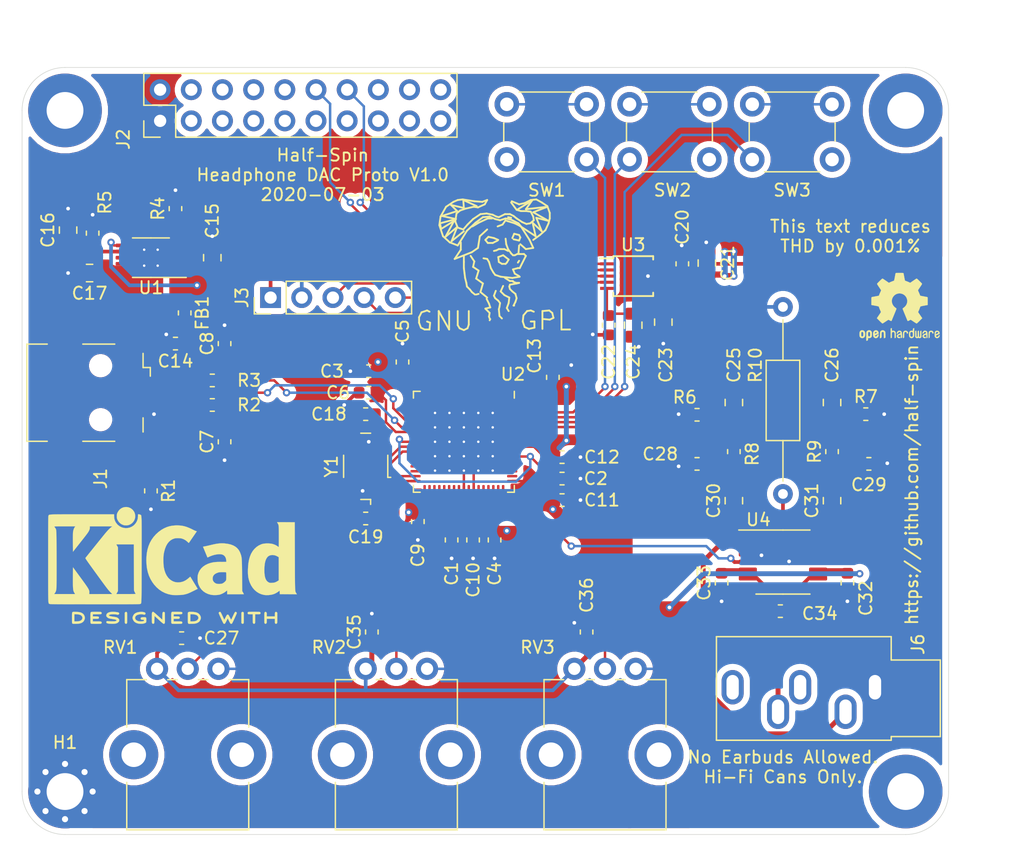
<source format=kicad_pcb>
(kicad_pcb (version 20171130) (host pcbnew 5.1.6-c6e7f7d~86~ubuntu20.04.1)
  (layers (0 F.Cu mixed) (31 B.Cu mixed) (35 F.Paste user) (37 F.SilkS user) (38 B.Mask user) (39 F.Mask user) (44 Edge.Cuts user))
  (net 0 "")
  (net 1 GND)
  (net 2 /vcca)
  (net 3 /vccd)
  (net 4 +3V3)
  (net 5 /usb_d+)
  (net 6 /usb_d-)
  (net 7 /usb_vbus)
  (net 8 +5V)
  (net 9 "Net-(C16-Pad1)")
  (net 10 /xo)
  (net 11 /xi)
  (net 12 "Net-(C22-Pad1)")
  (net 13 "Net-(C23-Pad2)")
  (net 14 "Net-(C25-Pad2)")
  (net 15 "Net-(C25-Pad1)")
  (net 16 "Net-(C26-Pad2)")
  (net 17 "Net-(C26-Pad1)")
  (net 18 /dac_l)
  (net 19 /dac_r)
  (net 20 "Net-(C30-Pad1)")
  (net 21 "Net-(C31-Pad1)")
  (net 22 "Net-(C33-Pad2)")
  (net 23 "Net-(C34-Pad2)")
  (net 24 "Net-(C34-Pad1)")
  (net 25 "Net-(J1-Pad4)")
  (net 26 "Net-(J1-Pad3)")
  (net 27 "Net-(J1-Pad2)")
  (net 28 "Net-(J1-Pad6)")
  (net 29 "Net-(J2-Pad20)")
  (net 30 "Net-(J2-Pad19)")
  (net 31 "Net-(J2-Pad18)")
  (net 32 "Net-(J2-Pad17)")
  (net 33 /bt_gp5)
  (net 34 /bt_gp4)
  (net 35 /bt_tx)
  (net 36 /bt_cts)
  (net 37 /bt_rx)
  (net 38 /bt_rts)
  (net 39 /bt_gp3)
  (net 40 "Net-(J2-Pad9)")
  (net 41 /bt_gp2)
  (net 42 /bt_rst)
  (net 43 "Net-(J2-Pad6)")
  (net 44 /bt_gp7)
  (net 45 "Net-(J2-Pad4)")
  (net 46 /bt_gp6)
  (net 47 /xres)
  (net 48 /i2s_mck)
  (net 49 /i2s_lrck)
  (net 50 /i2s_sck)
  (net 51 "Net-(J6-PadR)")
  (net 52 "Net-(J6-PadT)")
  (net 53 "Net-(R4-Pad1)")
  (net 54 "Net-(R10-Pad1)")
  (net 55 /a0)
  (net 56 /a1)
  (net 57 /a2)
  (net 58 "Net-(U1-Pad4)")
  (net 59 "Net-(U2-Pad60)")
  (net 60 "Net-(U2-Pad56)")
  (net 61 "Net-(U2-Pad55)")
  (net 62 "Net-(U2-Pad54)")
  (net 63 /i2s_sdo)
  (net 64 /~mute~)
  (net 65 "Net-(U2-Pad46)")
  (net 66 "Net-(U2-Pad41)")
  (net 67 "Net-(U2-Pad40)")
  (net 68 "Net-(U2-Pad39)")
  (net 69 "Net-(U2-Pad38)")
  (net 70 "Net-(U2-Pad32)")
  (net 71 "Net-(U2-Pad31)")
  (net 72 "Net-(U2-Pad30)")
  (net 73 "Net-(U2-Pad29)")
  (net 74 "Net-(U2-Pad21)")
  (net 75 "Net-(U2-Pad20)")
  (net 76 "Net-(U2-Pad19)")
  (net 77 "Net-(U2-Pad18)")
  (net 78 "Net-(U2-Pad16)")
  (net 79 "Net-(U2-Pad13)")
  (net 80 "Net-(U2-Pad6)")
  (net 81 "Net-(U4-Pad7)")
  (net 82 "Net-(H2-Pad1)")
  (net 83 "Net-(H3-Pad1)")
  (net 84 "Net-(H4-Pad1)")
  (net 85 /sw1)
  (net 86 /sw2)
  (net 87 /sw3)
  (net 88 "Net-(U2-Pad53)")
  (net 89 "Net-(U2-Pad51)")
  (net 90 "Net-(U2-Pad50)")
  (net 91 "Net-(U2-Pad49)")
  (net 92 "Net-(U2-Pad48)")
  (net 93 "Net-(U4-Pad8)")
  (net 94 /as)
  (net 95 "Net-(U2-Pad62)")
  (net 96 "Net-(U2-Pad61)")
  (net 97 /swdio)
  (net 98 /swdck)
  (net 99 "Net-(U2-Pad15)")
  (net 100 "Net-(U2-Pad14)")
  (module Fiducial:Fiducial_0.5mm_Mask1.5mm (layer F.Cu) (at 127.5 102.75)
    (fp_text reference FID3 hide)
    (fp_text value ~)
    (pad "" smd circle (at 0 0) (size 0.5 0.5) (layers F.Cu F.Mask) (clearance 0.5))
  )
  (module Fiducial:Fiducial_0.5mm_Mask1.5mm (layer F.Cu) (at 159 131.5)
    (fp_text reference FID2 hide)
    (fp_text value ~)
    (pad "" smd circle (at 0 0) (size 0.5 0.5) (layers F.Cu F.Mask) (clearance 0.5))
  )
  (module Fiducial:Fiducial_0.5mm_Mask1.5mm (layer F.Cu) (at 93 139.75)
    (fp_text reference FID1 hide)
    (fp_text value ~)
    (pad "" smd circle (at 0 0) (size 0.5 0.5) (layers F.Cu F.Mask) (clearance 0.5))
  )
  (module Symbol:Symbol_GNU-Logo_SilkscreenTop (layer F.Cu) (at 127.25 107)
    (fp_text reference REF** hide)
    (fp_text value Symbol_GNU-Logo_SilkscreenTop)
  )
  (module Symbol:OSHW-Logo2_7.3x6mm_SilkScreen (layer F.Cu) (at 160 112)
    (fp_text reference REF** hide)
    (fp_text value OSHW-Logo2_7.3x6mm_SilkScreen hide)
  )
  (module Symbol:KiCad-Logo2_8mm_SilkScreen (layer F.Cu) (at 100.75 132.25)
    (fp_text reference REF** hide)
    (fp_text value KiCad-Logo2_8mm_SilkScreen hide)
  )
  (module Connector_PinHeader_2.54mm:PinHeader_1x05_P2.54mm_Vertical (layer F.Cu) (at 108.75 111.25 90)
    (fp_text reference J3 (at 0 -2.33 90) (layer F.SilkS))
    (fp_text value Conn_01x05_Male)
    (pad 5 thru_hole oval (at 0 10.16 90) (size 1.7 1.7) (drill 1) (layers *.Cu *.Mask) (net 97 /swdio))
    (pad 4 thru_hole oval (at 0 7.62 90) (size 1.7 1.7) (drill 1) (layers *.Cu *.Mask) (net 98 /swdck))
    (pad 3 thru_hole oval (at 0 5.08 90) (size 1.7 1.7) (drill 1) (layers *.Cu *.Mask) (net 47 /xres))
    (pad 2 thru_hole oval (at 0 2.54 90) (size 1.7 1.7) (drill 1) (layers *.Cu *.Mask) (net 1 GND))
    (pad 1 thru_hole rect (at 0 0 90) (size 1.7 1.7) (drill 1) (layers *.Cu *.Mask) (net 4 +3V3))
  )
  (module Connector_USB:USB_Mini-B_Wuerth_65100516121_Horizontal (layer F.Cu) (at 94.9 119 270)
    (fp_text reference J1 (at 7 0 90) (layer F.SilkS))
    (fp_text value USB_B_Mini)
    (pad "" np_thru_hole circle (at 2.2 0 270) (size 0.9 0.9) (drill 0.9) (layers *.Cu *.Mask))
    (pad "" np_thru_hole circle (at -2.2 0 270) (size 0.9 0.9) (drill 0.9) (layers *.Cu *.Mask))
    (pad 5 smd rect (at 1.6 -2.6 270) (size 0.5 2.5) (layers F.Cu F.Paste F.Mask) (net 1 GND))
    (pad 4 smd rect (at 0.8 -2.6 270) (size 0.5 2.5) (layers F.Cu F.Paste F.Mask) (net 25 "Net-(J1-Pad4)"))
    (pad 3 smd rect (at 0 -2.6 270) (size 0.5 2.5) (layers F.Cu F.Paste F.Mask) (net 26 "Net-(J1-Pad3)"))
    (pad 2 smd rect (at -0.8 -2.6 270) (size 0.5 2.5) (layers F.Cu F.Paste F.Mask) (net 27 "Net-(J1-Pad2)"))
    (pad 1 smd rect (at -1.6 -2.6 270) (size 0.5 2.5) (layers F.Cu F.Paste F.Mask) (net 7 /usb_vbus))
    (pad 6 smd rect (at 4.4 -2.6 270) (size 2 2.5) (layers F.Cu F.Paste F.Mask) (net 28 "Net-(J1-Pad6)"))
    (pad 6 smd rect (at -4.4 -2.6 270) (size 2 2.5) (layers F.Cu F.Paste F.Mask))
    (pad 6 smd rect (at 4.4 2.9 270) (size 2 2.5) (layers F.Cu F.Paste F.Mask))
    (pad 6 smd rect (at -4.4 2.9 270) (size 2 2.5) (layers F.Cu F.Paste F.Mask))
  )
  (module Connector_PinHeader_2.54mm:PinHeader_2x10_P2.54mm_Vertical (layer F.Cu) (at 99.75 96.85 90)
    (fp_text reference J2 (at -1.5 -3 90) (layer F.SilkS))
    (fp_text value Bluetooth)
    (pad 20 thru_hole oval (at 2.54 22.86 90) (size 1.7 1.7) (drill 1) (layers *.Cu *.Mask) (net 29 "Net-(J2-Pad20)"))
    (pad 19 thru_hole oval (at 0 22.86 90) (size 1.7 1.7) (drill 1) (layers *.Cu *.Mask) (net 30 "Net-(J2-Pad19)"))
    (pad 18 thru_hole oval (at 2.54 20.32 90) (size 1.7 1.7) (drill 1) (layers *.Cu *.Mask) (net 31 "Net-(J2-Pad18)"))
    (pad 17 thru_hole oval (at 0 20.32 90) (size 1.7 1.7) (drill 1) (layers *.Cu *.Mask) (net 32 "Net-(J2-Pad17)"))
    (pad 16 thru_hole oval (at 2.54 17.78 90) (size 1.7 1.7) (drill 1) (layers *.Cu *.Mask) (net 33 /bt_gp5))
    (pad 15 thru_hole oval (at 0 17.78 90) (size 1.7 1.7) (drill 1) (layers *.Cu *.Mask) (net 34 /bt_gp4))
    (pad 14 thru_hole oval (at 2.54 15.24 90) (size 1.7 1.7) (drill 1) (layers *.Cu *.Mask) (net 35 /bt_tx))
    (pad 13 thru_hole oval (at 0 15.24 90) (size 1.7 1.7) (drill 1) (layers *.Cu *.Mask) (net 36 /bt_cts))
    (pad 12 thru_hole oval (at 2.54 12.7 90) (size 1.7 1.7) (drill 1) (layers *.Cu *.Mask) (net 37 /bt_rx))
    (pad 11 thru_hole oval (at 0 12.7 90) (size 1.7 1.7) (drill 1) (layers *.Cu *.Mask) (net 38 /bt_rts))
    (pad 10 thru_hole oval (at 2.54 10.16 90) (size 1.7 1.7) (drill 1) (layers *.Cu *.Mask) (net 39 /bt_gp3))
    (pad 9 thru_hole oval (at 0 10.16 90) (size 1.7 1.7) (drill 1) (layers *.Cu *.Mask) (net 40 "Net-(J2-Pad9)"))
    (pad 8 thru_hole oval (at 2.54 7.62 90) (size 1.7 1.7) (drill 1) (layers *.Cu *.Mask) (net 41 /bt_gp2))
    (pad 7 thru_hole oval (at 0 7.62 90) (size 1.7 1.7) (drill 1) (layers *.Cu *.Mask) (net 42 /bt_rst))
    (pad 6 thru_hole oval (at 2.54 5.08 90) (size 1.7 1.7) (drill 1) (layers *.Cu *.Mask) (net 43 "Net-(J2-Pad6)"))
    (pad 5 thru_hole oval (at 0 5.08 90) (size 1.7 1.7) (drill 1) (layers *.Cu *.Mask) (net 44 /bt_gp7))
    (pad 4 thru_hole oval (at 2.54 2.54 90) (size 1.7 1.7) (drill 1) (layers *.Cu *.Mask) (net 45 "Net-(J2-Pad4)"))
    (pad 3 thru_hole oval (at 0 2.54 90) (size 1.7 1.7) (drill 1) (layers *.Cu *.Mask) (net 46 /bt_gp6))
    (pad 2 thru_hole oval (at 2.54 0 90) (size 1.7 1.7) (drill 1) (layers *.Cu *.Mask) (net 4 +3V3))
    (pad 1 thru_hole rect (at 0 0 90) (size 1.7 1.7) (drill 1) (layers *.Cu *.Mask) (net 1 GND))
  )
  (module Package_SO:TSSOP-14_4.4x5mm_P0.65mm (layer F.Cu) (at 150.5 132.8)
    (fp_text reference U4 (at -2 -3.45) (layer F.SilkS))
    (fp_text value TPA6139A2)
    (pad 14 smd roundrect (at 2.8625 -1.95) (size 1.475 0.4) (layers F.Cu F.Paste F.Mask) (net 21 "Net-(C31-Pad1)"))
    (pad 13 smd roundrect (at 2.8625 -1.3) (size 1.475 0.4) (layers F.Cu F.Paste F.Mask) (net 51 "Net-(J6-PadR)"))
    (pad 12 smd roundrect (at 2.8625 -0.65) (size 1.475 0.4) (layers F.Cu F.Paste F.Mask) (net 54 "Net-(R10-Pad1)"))
    (pad 11 smd roundrect (at 2.8625 0) (size 1.475 0.4) (layers F.Cu F.Paste F.Mask) (net 1 GND))
    (pad 10 smd roundrect (at 2.8625 0.65) (size 1.475 0.4) (layers F.Cu F.Paste F.Mask) (net 4 +3V3))
    (pad 9 smd roundrect (at 2.8625 1.3) (size 1.475 0.4) (layers F.Cu F.Paste F.Mask) (net 24 "Net-(C34-Pad1)"))
    (pad 8 smd roundrect (at 2.8625 1.95) (size 1.475 0.4) (layers F.Cu F.Paste F.Mask) (net 93 "Net-(U4-Pad8)"))
    (pad 7 smd roundrect (at -2.8625 1.95) (size 1.475 0.4) (layers F.Cu F.Paste F.Mask) (net 81 "Net-(U4-Pad7)"))
    (pad 6 smd roundrect (at -2.8625 1.3) (size 1.475 0.4) (layers F.Cu F.Paste F.Mask) (net 23 "Net-(C34-Pad2)"))
    (pad 5 smd roundrect (at -2.8625 0.65) (size 1.475 0.4) (layers F.Cu F.Paste F.Mask) (net 22 "Net-(C33-Pad2)"))
    (pad 4 smd roundrect (at -2.8625 0) (size 1.475 0.4) (layers F.Cu F.Paste F.Mask) (net 64 /~mute~))
    (pad 3 smd roundrect (at -2.8625 -0.65) (size 1.475 0.4) (layers F.Cu F.Paste F.Mask) (net 1 GND))
    (pad 2 smd roundrect (at -2.8625 -1.3) (size 1.475 0.4) (layers F.Cu F.Paste F.Mask) (net 52 "Net-(J6-PadT)"))
    (pad 1 smd roundrect (at -2.8625 -1.95) (size 1.475 0.4) (layers F.Cu F.Paste F.Mask) (net 20 "Net-(C30-Pad1)"))
  )
  (module Package_SO:MSOP-10-1EP_3x3mm_P0.5mm_EP1.68x1.88mm_ThermalVias (layer F.Cu) (at 99 108 180)
    (fp_text reference U1 (at 0 -2.45) (layer F.SilkS))
    (fp_text value LT3042xMSE)
    (pad 11 smd rect (at 0 0 180) (size 1.6 1.8) (layers B.Cu) (net 1 GND))
    (pad 11 thru_hole circle (at 0.55 0.65 180) (size 0.5 0.5) (drill 0.2) (layers *.Cu) (net 1 GND))
    (pad 11 thru_hole circle (at -0.55 0.65 180) (size 0.5 0.5) (drill 0.2) (layers *.Cu) (net 1 GND))
    (pad 11 thru_hole circle (at 0.55 -0.65 180) (size 0.5 0.5) (drill 0.2) (layers *.Cu) (net 1 GND))
    (pad 11 thru_hole circle (at -0.55 -0.65 180) (size 0.5 0.5) (drill 0.2) (layers *.Cu) (net 1 GND))
    (pad 11 smd rect (at 0 0 180) (size 1.68 1.88) (layers F.Cu F.Mask) (net 1 GND))
    (pad 10 smd roundrect (at 2.15 -1 180) (size 1.45 0.3) (layers F.Cu F.Paste F.Mask) (net 4 +3V3))
    (pad 9 smd roundrect (at 2.15 -0.5 180) (size 1.45 0.3) (layers F.Cu F.Paste F.Mask) (net 4 +3V3))
    (pad 8 smd roundrect (at 2.15 0 180) (size 1.45 0.3) (layers F.Cu F.Paste F.Mask) (net 1 GND))
    (pad 7 smd roundrect (at 2.15 0.5 180) (size 1.45 0.3) (layers F.Cu F.Paste F.Mask) (net 9 "Net-(C16-Pad1)"))
    (pad 6 smd roundrect (at 2.15 1 180) (size 1.45 0.3) (layers F.Cu F.Paste F.Mask) (net 8 +5V))
    (pad 5 smd roundrect (at -2.15 1 180) (size 1.45 0.3) (layers F.Cu F.Paste F.Mask) (net 53 "Net-(R4-Pad1)"))
    (pad 4 smd roundrect (at -2.15 0.5 180) (size 1.45 0.3) (layers F.Cu F.Paste F.Mask) (net 58 "Net-(U1-Pad4)"))
    (pad 3 smd roundrect (at -2.15 0 180) (size 1.45 0.3) (layers F.Cu F.Paste F.Mask) (net 8 +5V))
    (pad 2 smd roundrect (at -2.15 -0.5 180) (size 1.45 0.3) (layers F.Cu F.Paste F.Mask) (net 8 +5V))
    (pad 1 smd roundrect (at -2.15 -1 180) (size 1.45 0.3) (layers F.Cu F.Paste F.Mask) (net 8 +5V))
  )
  (module Button_Switch_THT:SW_PUSH_6mm_H13mm (layer F.Cu) (at 154.5 100 180)
    (fp_text reference SW3 (at 3.25 -2.5) (layer F.SilkS))
    (fp_text value ~)
    (pad 1 thru_hole circle (at 6.5 0 270) (size 2 2) (drill 1.1) (layers *.Cu *.Mask) (net 87 /sw3))
    (pad 2 thru_hole circle (at 6.5 4.5 270) (size 2 2) (drill 1.1) (layers *.Cu *.Mask) (net 1 GND))
    (pad 1 thru_hole circle (at 0 0 270) (size 2 2) (drill 1.1) (layers *.Cu *.Mask))
    (pad 2 thru_hole circle (at 0 4.5 270) (size 2 2) (drill 1.1) (layers *.Cu *.Mask) (net 1 GND))
  )
  (module Button_Switch_THT:SW_PUSH_6mm_H13mm (layer F.Cu) (at 138 95.5)
    (fp_text reference SW2 (at 3.5 7) (layer F.SilkS))
    (fp_text value ~)
    (pad 1 thru_hole circle (at 6.5 0 90) (size 2 2) (drill 1.1) (layers *.Cu *.Mask) (net 1 GND))
    (pad 2 thru_hole circle (at 6.5 4.5 90) (size 2 2) (drill 1.1) (layers *.Cu *.Mask))
    (pad 1 thru_hole circle (at 0 0 90) (size 2 2) (drill 1.1) (layers *.Cu *.Mask) (net 1 GND))
    (pad 2 thru_hole circle (at 0 4.5 90) (size 2 2) (drill 1.1) (layers *.Cu *.Mask) (net 86 /sw2))
  )
  (module Button_Switch_THT:SW_PUSH_6mm_H13mm (layer F.Cu) (at 134.5 100 180)
    (fp_text reference SW1 (at 3.25 -2.5) (layer F.SilkS))
    (fp_text value ~)
    (pad 1 thru_hole circle (at 6.5 0 270) (size 2 2) (drill 1.1) (layers *.Cu *.Mask))
    (pad 2 thru_hole circle (at 6.5 4.5 270) (size 2 2) (drill 1.1) (layers *.Cu *.Mask) (net 1 GND))
    (pad 1 thru_hole circle (at 0 0 270) (size 2 2) (drill 1.1) (layers *.Cu *.Mask) (net 85 /sw1))
    (pad 2 thru_hole circle (at 0 4.5 270) (size 2 2) (drill 1.1) (layers *.Cu *.Mask) (net 1 GND))
  )
  (module MountingHole:MountingHole_3mm_Pad (layer F.Cu) (at 160.5 151.5)
    (fp_text reference H4 hide)
    (fp_text value ~)
    (pad 1 thru_hole circle (at 0 0) (size 6 6) (drill 3) (layers *.Cu *.Mask) (net 84 "Net-(H4-Pad1)"))
  )
  (module MountingHole:MountingHole_3mm_Pad (layer F.Cu) (at 160.5 96)
    (fp_text reference H3 hide)
    (fp_text value ~)
    (pad 1 thru_hole circle (at 0 0) (size 6 6) (drill 3) (layers *.Cu *.Mask) (net 83 "Net-(H3-Pad1)"))
  )
  (module MountingHole:MountingHole_3mm_Pad (layer F.Cu) (at 92 96)
    (fp_text reference H2 hide)
    (fp_text value ~)
    (pad 1 thru_hole circle (at 0 0) (size 6 6) (drill 3) (layers *.Cu *.Mask) (net 82 "Net-(H2-Pad1)"))
  )
  (module MountingHole:MountingHole_3mm_Pad_Via (layer F.Cu) (at 92 151.5)
    (fp_text reference H1 (at 0 -4) (layer F.SilkS))
    (fp_text value ~)
    (pad 1 thru_hole circle (at 1.59099 -1.59099) (size 0.8 0.8) (drill 0.5) (layers *.Cu *.Mask) (net 1 GND))
    (pad 1 thru_hole circle (at 0 -2.25) (size 0.8 0.8) (drill 0.5) (layers *.Cu *.Mask) (net 1 GND))
    (pad 1 thru_hole circle (at -1.59099 -1.59099) (size 0.8 0.8) (drill 0.5) (layers *.Cu *.Mask) (net 1 GND))
    (pad 1 thru_hole circle (at -2.25 0) (size 0.8 0.8) (drill 0.5) (layers *.Cu *.Mask) (net 1 GND))
    (pad 1 thru_hole circle (at -1.59099 1.59099) (size 0.8 0.8) (drill 0.5) (layers *.Cu *.Mask) (net 1 GND))
    (pad 1 thru_hole circle (at 0 2.25) (size 0.8 0.8) (drill 0.5) (layers *.Cu *.Mask) (net 1 GND))
    (pad 1 thru_hole circle (at 1.59099 1.59099) (size 0.8 0.8) (drill 0.5) (layers *.Cu *.Mask) (net 1 GND))
    (pad 1 thru_hole circle (at 2.25 0) (size 0.8 0.8) (drill 0.5) (layers *.Cu *.Mask) (net 1 GND))
    (pad 1 thru_hole circle (at 0 0) (size 6 6) (drill 3) (layers *.Cu *.Mask) (net 1 GND))
  )
  (module Capacitor_SMD:C_0603_1608Metric (layer F.Cu) (at 134.5 138.5 90)
    (fp_text reference C36 (at 3 0 90) (layer F.SilkS))
    (fp_text value 1uF)
    (pad 2 smd roundrect (at 0.7875 0 90) (size 0.875 0.95) (layers F.Cu F.Paste F.Mask) (net 1 GND))
    (pad 1 smd roundrect (at -0.7875 0 90) (size 0.875 0.95) (layers F.Cu F.Paste F.Mask) (net 94 /as))
  )
  (module Capacitor_SMD:C_0603_1608Metric (layer F.Cu) (at 117 138.5 90)
    (fp_text reference C35 (at 0 -1.43 90) (layer F.SilkS))
    (fp_text value 1uF)
    (pad 2 smd roundrect (at 0.7875 0 90) (size 0.875 0.95) (layers F.Cu F.Paste F.Mask) (net 1 GND))
    (pad 1 smd roundrect (at -0.7875 0 90) (size 0.875 0.95) (layers F.Cu F.Paste F.Mask) (net 94 /as))
  )
  (module Potentiometer_THT:Potentiometer_Bourns_PTV09A-1_Single_Vertical (layer F.Cu) (at 133.5 141.5 270)
    (fp_text reference RV3 (at -1.75 3 180) (layer F.SilkS))
    (fp_text value 100k)
    (pad "" np_thru_hole circle (at 7 1.9 270) (size 4 4) (drill 2) (layers *.Cu *.Mask))
    (pad "" np_thru_hole circle (at 7 -6.9 270) (size 4 4) (drill 2) (layers *.Cu *.Mask))
    (pad 1 thru_hole circle (at 0 0 270) (size 1.8 1.8) (drill 1) (layers *.Cu *.Mask) (net 94 /as))
    (pad 2 thru_hole circle (at 0 -2.5 270) (size 1.8 1.8) (drill 1) (layers *.Cu *.Mask) (net 57 /a2))
    (pad 3 thru_hole circle (at 0 -5 270) (size 1.8 1.8) (drill 1) (layers *.Cu *.Mask) (net 1 GND))
  )
  (module Potentiometer_THT:Potentiometer_Bourns_PTV09A-1_Single_Vertical (layer F.Cu) (at 116.5 141.5 270)
    (fp_text reference RV2 (at -1.75 3 180) (layer F.SilkS))
    (fp_text value 100k)
    (pad "" np_thru_hole circle (at 7 1.9 270) (size 4 4) (drill 2) (layers *.Cu *.Mask))
    (pad "" np_thru_hole circle (at 7 -6.9 270) (size 4 4) (drill 2) (layers *.Cu *.Mask))
    (pad 1 thru_hole circle (at 0 0 270) (size 1.8 1.8) (drill 1) (layers *.Cu *.Mask) (net 94 /as))
    (pad 2 thru_hole circle (at 0 -2.5 270) (size 1.8 1.8) (drill 1) (layers *.Cu *.Mask) (net 56 /a1))
    (pad 3 thru_hole circle (at 0 -5 270) (size 1.8 1.8) (drill 1) (layers *.Cu *.Mask) (net 1 GND))
  )
  (module Potentiometer_THT:Potentiometer_Bourns_PTV09A-1_Single_Vertical (layer F.Cu) (at 99.5 141.5 270)
    (fp_text reference RV1 (at -1.75 3 180) (layer F.SilkS))
    (fp_text value 100k)
    (pad "" np_thru_hole circle (at 7 1.9 270) (size 4 4) (drill 2) (layers *.Cu *.Mask))
    (pad "" np_thru_hole circle (at 7 -6.9 270) (size 4 4) (drill 2) (layers *.Cu *.Mask))
    (pad 1 thru_hole circle (at 0 0 270) (size 1.8 1.8) (drill 1) (layers *.Cu *.Mask) (net 94 /as))
    (pad 2 thru_hole circle (at 0 -2.5 270) (size 1.8 1.8) (drill 1) (layers *.Cu *.Mask) (net 55 /a0))
    (pad 3 thru_hole circle (at 0 -5 270) (size 1.8 1.8) (drill 1) (layers *.Cu *.Mask) (net 1 GND))
  )
  (module Crystal:Crystal_SMD_Abracon_ABM3B-4Pin_5.0x3.2mm (layer F.Cu) (at 116.5 125 90)
    (fp_text reference Y1 (at 0 -2.8 90) (layer F.SilkS))
    (fp_text value 12.288MHz)
    (pad 4 smd rect (at -2 -1.2 90) (size 1.8 1.2) (layers F.Cu F.Paste F.Mask) (net 1 GND))
    (pad 3 smd rect (at 2 -1.2 90) (size 1.8 1.2) (layers F.Cu F.Paste F.Mask) (net 10 /xo))
    (pad 2 smd rect (at 2 1.2 90) (size 1.8 1.2) (layers F.Cu F.Paste F.Mask) (net 1 GND))
    (pad 1 smd rect (at -2 1.2 90) (size 1.8 1.2) (layers F.Cu F.Paste F.Mask) (net 11 /xi))
  )
  (module Package_SO:TSSOP-10_3x3mm_P0.5mm (layer F.Cu) (at 138.3 109.5)
    (fp_text reference U3 (at 0 -2.55) (layer F.SilkS))
    (fp_text value CS4344)
    (pad 10 smd rect (at 2.15 -1) (size 1.1 0.25) (layers F.Cu F.Paste F.Mask) (net 16 "Net-(C26-Pad2)"))
    (pad 9 smd rect (at 2.15 -0.5) (size 1.1 0.25) (layers F.Cu F.Paste F.Mask) (net 4 +3V3))
    (pad 8 smd rect (at 2.15 0) (size 1.1 0.25) (layers F.Cu F.Paste F.Mask) (net 1 GND))
    (pad 7 smd rect (at 2.15 0.5) (size 1.1 0.25) (layers F.Cu F.Paste F.Mask) (net 14 "Net-(C25-Pad2)"))
    (pad 6 smd rect (at 2.15 1) (size 1.1 0.25) (layers F.Cu F.Paste F.Mask) (net 13 "Net-(C23-Pad2)"))
    (pad 5 smd rect (at -2.15 1) (size 1.1 0.25) (layers F.Cu F.Paste F.Mask) (net 12 "Net-(C22-Pad1)"))
    (pad 4 smd rect (at -2.15 0.5) (size 1.1 0.25) (layers F.Cu F.Paste F.Mask) (net 48 /i2s_mck))
    (pad 3 smd rect (at -2.15 0) (size 1.1 0.25) (layers F.Cu F.Paste F.Mask) (net 49 /i2s_lrck))
    (pad 2 smd rect (at -2.15 -0.5) (size 1.1 0.25) (layers F.Cu F.Paste F.Mask) (net 50 /i2s_sck))
    (pad 1 smd rect (at -2.15 -1) (size 1.1 0.25) (layers F.Cu F.Paste F.Mask) (net 63 /i2s_sdo))
  )
  (module Package_DFN_QFN:QFN-68-1EP_8x8mm_P0.4mm_EP5.2x5.2mm_ThermalVias (layer F.Cu) (at 124.5 123 270)
    (fp_text reference U2 (at -5.5 -4) (layer F.SilkS))
    (fp_text value CY8C5888LTI-LP097)
    (pad 69 smd rect (at 0 0 270) (size 5.2 5.2) (layers B.Cu) (net 1 GND))
    (pad 69 thru_hole circle (at 2.35 2.35 270) (size 0.5 0.5) (drill 0.2) (layers *.Cu) (net 1 GND))
    (pad 69 thru_hole circle (at 1.175 2.35 270) (size 0.5 0.5) (drill 0.2) (layers *.Cu) (net 1 GND))
    (pad 69 thru_hole circle (at 0 2.35 270) (size 0.5 0.5) (drill 0.2) (layers *.Cu) (net 1 GND))
    (pad 69 thru_hole circle (at -1.175 2.35 270) (size 0.5 0.5) (drill 0.2) (layers *.Cu) (net 1 GND))
    (pad 69 thru_hole circle (at -2.35 2.35 270) (size 0.5 0.5) (drill 0.2) (layers *.Cu) (net 1 GND))
    (pad 69 thru_hole circle (at 2.35 1.175 270) (size 0.5 0.5) (drill 0.2) (layers *.Cu) (net 1 GND))
    (pad 69 thru_hole circle (at 1.175 1.175 270) (size 0.5 0.5) (drill 0.2) (layers *.Cu) (net 1 GND))
    (pad 69 thru_hole circle (at 0 1.175 270) (size 0.5 0.5) (drill 0.2) (layers *.Cu) (net 1 GND))
    (pad 69 thru_hole circle (at -1.175 1.175 270) (size 0.5 0.5) (drill 0.2) (layers *.Cu) (net 1 GND))
    (pad 69 thru_hole circle (at -2.35 1.175 270) (size 0.5 0.5) (drill 0.2) (layers *.Cu) (net 1 GND))
    (pad 69 thru_hole circle (at 2.35 0 270) (size 0.5 0.5) (drill 0.2) (layers *.Cu) (net 1 GND))
    (pad 69 thru_hole circle (at 1.175 0 270) (size 0.5 0.5) (drill 0.2) (layers *.Cu) (net 1 GND))
    (pad 69 thru_hole circle (at 0 0 270) (size 0.5 0.5) (drill 0.2) (layers *.Cu) (net 1 GND))
    (pad 69 thru_hole circle (at -1.175 0 270) (size 0.5 0.5) (drill 0.2) (layers *.Cu) (net 1 GND))
    (pad 69 thru_hole circle (at -2.35 0 270) (size 0.5 0.5) (drill 0.2) (layers *.Cu) (net 1 GND))
    (pad 69 thru_hole circle (at 2.35 -1.175 270) (size 0.5 0.5) (drill 0.2) (layers *.Cu) (net 1 GND))
    (pad 69 thru_hole circle (at 1.175 -1.175 270) (size 0.5 0.5) (drill 0.2) (layers *.Cu) (net 1 GND))
    (pad 69 thru_hole circle (at 0 -1.175 270) (size 0.5 0.5) (drill 0.2) (layers *.Cu) (net 1 GND))
    (pad 69 thru_hole circle (at -1.175 -1.175 270) (size 0.5 0.5) (drill 0.2) (layers *.Cu) (net 1 GND))
    (pad 69 thru_hole circle (at -2.35 -1.175 270) (size 0.5 0.5) (drill 0.2) (layers *.Cu) (net 1 GND))
    (pad 69 thru_hole circle (at 2.35 -2.35 270) (size 0.5 0.5) (drill 0.2) (layers *.Cu) (net 1 GND))
    (pad 69 thru_hole circle (at 1.175 -2.35 270) (size 0.5 0.5) (drill 0.2) (layers *.Cu) (net 1 GND))
    (pad 69 thru_hole circle (at 0 -2.35 270) (size 0.5 0.5) (drill 0.2) (layers *.Cu) (net 1 GND))
    (pad 69 thru_hole circle (at -1.175 -2.35 270) (size 0.5 0.5) (drill 0.2) (layers *.Cu) (net 1 GND))
    (pad 69 thru_hole circle (at -2.35 -2.35 270) (size 0.5 0.5) (drill 0.2) (layers *.Cu) (net 1 GND))
    (pad 69 smd rect (at 0 0 270) (size 5.2 5.2) (layers F.Cu F.Mask) (net 1 GND))
    (pad 68 smd roundrect (at -3.2 -3.9375 270) (size 0.2 0.825) (layers F.Cu F.Paste F.Mask) (net 49 /i2s_lrck))
    (pad 67 smd roundrect (at -2.8 -3.9375 270) (size 0.2 0.825) (layers F.Cu F.Paste F.Mask) (net 4 +3V3))
    (pad 66 smd roundrect (at -2.4 -3.9375 270) (size 0.2 0.825) (layers F.Cu F.Paste F.Mask) (net 48 /i2s_mck))
    (pad 65 smd roundrect (at -2 -3.9375 270) (size 0.2 0.825) (layers F.Cu F.Paste F.Mask) (net 85 /sw1))
    (pad 64 smd roundrect (at -1.6 -3.9375 270) (size 0.2 0.825) (layers F.Cu F.Paste F.Mask) (net 86 /sw2))
    (pad 63 smd roundrect (at -1.2 -3.9375 270) (size 0.2 0.825) (layers F.Cu F.Paste F.Mask) (net 87 /sw3))
    (pad 62 smd roundrect (at -0.8 -3.9375 270) (size 0.2 0.825) (layers F.Cu F.Paste F.Mask) (net 95 "Net-(U2-Pad62)"))
    (pad 61 smd roundrect (at -0.4 -3.9375 270) (size 0.2 0.825) (layers F.Cu F.Paste F.Mask) (net 96 "Net-(U2-Pad61)"))
    (pad 60 smd roundrect (at 0 -3.9375 270) (size 0.2 0.825) (layers F.Cu F.Paste F.Mask) (net 59 "Net-(U2-Pad60)"))
    (pad 59 smd roundrect (at 0.4 -3.9375 270) (size 0.2 0.825) (layers F.Cu F.Paste F.Mask) (net 4 +3V3))
    (pad 58 smd roundrect (at 0.8 -3.9375 270) (size 0.2 0.825) (layers F.Cu F.Paste F.Mask) (net 1 GND))
    (pad 57 smd roundrect (at 1.2 -3.9375 270) (size 0.2 0.825) (layers F.Cu F.Paste F.Mask) (net 3 /vccd))
    (pad 56 smd roundrect (at 1.6 -3.9375 270) (size 0.2 0.825) (layers F.Cu F.Paste F.Mask) (net 60 "Net-(U2-Pad56)"))
    (pad 55 smd roundrect (at 2 -3.9375 270) (size 0.2 0.825) (layers F.Cu F.Paste F.Mask) (net 61 "Net-(U2-Pad55)"))
    (pad 54 smd roundrect (at 2.4 -3.9375 270) (size 0.2 0.825) (layers F.Cu F.Paste F.Mask) (net 62 "Net-(U2-Pad54)"))
    (pad 53 smd roundrect (at 2.8 -3.9375 270) (size 0.2 0.825) (layers F.Cu F.Paste F.Mask) (net 88 "Net-(U2-Pad53)"))
    (pad 52 smd roundrect (at 3.2 -3.9375 270) (size 0.2 0.825) (layers F.Cu F.Paste F.Mask) (net 4 +3V3))
    (pad 51 smd roundrect (at 3.9375 -3.2 270) (size 0.825 0.2) (layers F.Cu F.Paste F.Mask) (net 89 "Net-(U2-Pad51)"))
    (pad 50 smd roundrect (at 3.9375 -2.8 270) (size 0.825 0.2) (layers F.Cu F.Paste F.Mask) (net 90 "Net-(U2-Pad50)"))
    (pad 49 smd roundrect (at 3.9375 -2.4 270) (size 0.825 0.2) (layers F.Cu F.Paste F.Mask) (net 91 "Net-(U2-Pad49)"))
    (pad 48 smd roundrect (at 3.9375 -2 270) (size 0.825 0.2) (layers F.Cu F.Paste F.Mask) (net 92 "Net-(U2-Pad48)"))
    (pad 47 smd roundrect (at 3.9375 -1.6 270) (size 0.825 0.2) (layers F.Cu F.Paste F.Mask) (net 64 /~mute~))
    (pad 46 smd roundrect (at 3.9375 -1.2 270) (size 0.825 0.2) (layers F.Cu F.Paste F.Mask) (net 65 "Net-(U2-Pad46)"))
    (pad 45 smd roundrect (at 3.9375 -0.8 270) (size 0.825 0.2) (layers F.Cu F.Paste F.Mask) (net 1 GND))
    (pad 44 smd roundrect (at 3.9375 -0.4 270) (size 0.825 0.2) (layers F.Cu F.Paste F.Mask) (net 4 +3V3))
    (pad 43 smd roundrect (at 3.9375 0 270) (size 0.825 0.2) (layers F.Cu F.Paste F.Mask) (net 1 GND))
    (pad 42 smd roundrect (at 3.9375 0.4 270) (size 0.825 0.2) (layers F.Cu F.Paste F.Mask) (net 2 /vcca))
    (pad 41 smd roundrect (at 3.9375 0.8 270) (size 0.825 0.2) (layers F.Cu F.Paste F.Mask) (net 66 "Net-(U2-Pad41)"))
    (pad 40 smd roundrect (at 3.9375 1.2 270) (size 0.825 0.2) (layers F.Cu F.Paste F.Mask) (net 67 "Net-(U2-Pad40)"))
    (pad 39 smd roundrect (at 3.9375 1.6 270) (size 0.825 0.2) (layers F.Cu F.Paste F.Mask) (net 68 "Net-(U2-Pad39)"))
    (pad 38 smd roundrect (at 3.9375 2 270) (size 0.825 0.2) (layers F.Cu F.Paste F.Mask) (net 69 "Net-(U2-Pad38)"))
    (pad 37 smd roundrect (at 3.9375 2.4 270) (size 0.825 0.2) (layers F.Cu F.Paste F.Mask) (net 57 /a2))
    (pad 36 smd roundrect (at 3.9375 2.8 270) (size 0.825 0.2) (layers F.Cu F.Paste F.Mask) (net 56 /a1))
    (pad 35 smd roundrect (at 3.9375 3.2 270) (size 0.825 0.2) (layers F.Cu F.Paste F.Mask) (net 4 +3V3))
    (pad 34 smd roundrect (at 3.2 3.9375 270) (size 0.2 0.825) (layers F.Cu F.Paste F.Mask) (net 55 /a0))
    (pad 33 smd roundrect (at 2.8 3.9375 270) (size 0.2 0.825) (layers F.Cu F.Paste F.Mask) (net 94 /as))
    (pad 32 smd roundrect (at 2.4 3.9375 270) (size 0.2 0.825) (layers F.Cu F.Paste F.Mask) (net 70 "Net-(U2-Pad32)"))
    (pad 31 smd roundrect (at 2 3.9375 270) (size 0.2 0.825) (layers F.Cu F.Paste F.Mask) (net 71 "Net-(U2-Pad31)"))
    (pad 30 smd roundrect (at 1.6 3.9375 270) (size 0.2 0.825) (layers F.Cu F.Paste F.Mask) (net 72 "Net-(U2-Pad30)"))
    (pad 29 smd roundrect (at 1.2 3.9375 270) (size 0.2 0.825) (layers F.Cu F.Paste F.Mask) (net 73 "Net-(U2-Pad29)"))
    (pad 28 smd roundrect (at 0.8 3.9375 270) (size 0.2 0.825) (layers F.Cu F.Paste F.Mask) (net 11 /xi))
    (pad 27 smd roundrect (at 0.4 3.9375 270) (size 0.2 0.825) (layers F.Cu F.Paste F.Mask) (net 10 /xo))
    (pad 26 smd roundrect (at 0 3.9375 270) (size 0.2 0.825) (layers F.Cu F.Paste F.Mask) (net 3 /vccd))
    (pad 25 smd roundrect (at -0.4 3.9375 270) (size 0.2 0.825) (layers F.Cu F.Paste F.Mask) (net 1 GND))
    (pad 24 smd roundrect (at -0.8 3.9375 270) (size 0.2 0.825) (layers F.Cu F.Paste F.Mask) (net 4 +3V3))
    (pad 23 smd roundrect (at -1.2 3.9375 270) (size 0.2 0.825) (layers F.Cu F.Paste F.Mask) (net 6 /usb_d-))
    (pad 22 smd roundrect (at -1.6 3.9375 270) (size 0.2 0.825) (layers F.Cu F.Paste F.Mask) (net 5 /usb_d+))
    (pad 21 smd roundrect (at -2 3.9375 270) (size 0.2 0.825) (layers F.Cu F.Paste F.Mask) (net 74 "Net-(U2-Pad21)"))
    (pad 20 smd roundrect (at -2.4 3.9375 270) (size 0.2 0.825) (layers F.Cu F.Paste F.Mask) (net 75 "Net-(U2-Pad20)"))
    (pad 19 smd roundrect (at -2.8 3.9375 270) (size 0.2 0.825) (layers F.Cu F.Paste F.Mask) (net 76 "Net-(U2-Pad19)"))
    (pad 18 smd roundrect (at -3.2 3.9375 270) (size 0.2 0.825) (layers F.Cu F.Paste F.Mask) (net 77 "Net-(U2-Pad18)"))
    (pad 17 smd roundrect (at -3.9375 3.2 270) (size 0.825 0.2) (layers F.Cu F.Paste F.Mask) (net 4 +3V3))
    (pad 16 smd roundrect (at -3.9375 2.8 270) (size 0.825 0.2) (layers F.Cu F.Paste F.Mask) (net 78 "Net-(U2-Pad16)"))
    (pad 15 smd roundrect (at -3.9375 2.4 270) (size 0.825 0.2) (layers F.Cu F.Paste F.Mask) (net 99 "Net-(U2-Pad15)"))
    (pad 14 smd roundrect (at -3.9375 2 270) (size 0.825 0.2) (layers F.Cu F.Paste F.Mask) (net 100 "Net-(U2-Pad14)"))
    (pad 13 smd roundrect (at -3.9375 1.6 270) (size 0.825 0.2) (layers F.Cu F.Paste F.Mask) (net 79 "Net-(U2-Pad13)"))
    (pad 12 smd roundrect (at -3.9375 1.2 270) (size 0.825 0.2) (layers F.Cu F.Paste F.Mask) (net 98 /swdck))
    (pad 11 smd roundrect (at -3.9375 0.8 270) (size 0.825 0.2) (layers F.Cu F.Paste F.Mask) (net 97 /swdio))
    (pad 10 smd roundrect (at -3.9375 0.4 270) (size 0.825 0.2) (layers F.Cu F.Paste F.Mask) (net 47 /xres))
    (pad 9 smd roundrect (at -3.9375 0 270) (size 0.825 0.2) (layers F.Cu F.Paste F.Mask) (net 1 GND))
    (pad 8 smd roundrect (at -3.9375 -0.4 270) (size 0.825 0.2) (layers F.Cu F.Paste F.Mask) (net 1 GND))
    (pad 7 smd roundrect (at -3.9375 -0.8 270) (size 0.825 0.2) (layers F.Cu F.Paste F.Mask) (net 1 GND))
    (pad 6 smd roundrect (at -3.9375 -1.2 270) (size 0.825 0.2) (layers F.Cu F.Paste F.Mask) (net 80 "Net-(U2-Pad6)"))
    (pad 5 smd roundrect (at -3.9375 -1.6 270) (size 0.825 0.2) (layers F.Cu F.Paste F.Mask) (net 1 GND))
    (pad 4 smd roundrect (at -3.9375 -2 270) (size 0.825 0.2) (layers F.Cu F.Paste F.Mask) (net 37 /bt_rx))
    (pad 3 smd roundrect (at -3.9375 -2.4 270) (size 0.825 0.2) (layers F.Cu F.Paste F.Mask) (net 35 /bt_tx))
    (pad 2 smd roundrect (at -3.9375 -2.8 270) (size 0.825 0.2) (layers F.Cu F.Paste F.Mask) (net 63 /i2s_sdo))
    (pad 1 smd roundrect (at -3.9375 -3.2 270) (size 0.825 0.2) (layers F.Cu F.Paste F.Mask) (net 50 /i2s_sck))
  )
  (module Resistor_THT:R_Axial_DIN0207_L6.3mm_D2.5mm_P15.24mm_Horizontal (layer F.Cu) (at 150.5 127.25 90)
    (fp_text reference R10 (at 10.5 -2.25 90) (layer F.SilkS))
    (fp_text value 82k)
    (pad 2 thru_hole oval (at 15.24 0 90) (size 1.6 1.6) (drill 0.8) (layers *.Cu *.Mask) (net 1 GND))
    (pad 1 thru_hole circle (at 0 0 90) (size 1.6 1.6) (drill 0.8) (layers *.Cu *.Mask) (net 54 "Net-(R10-Pad1)"))
  )
  (module Resistor_SMD:R_0603_1608Metric (layer F.Cu) (at 154.5 123.8 90)
    (fp_text reference R9 (at 0 -1.43 90) (layer F.SilkS))
    (fp_text value 470)
    (pad 2 smd roundrect (at 0.7875 0 90) (size 0.875 0.95) (layers F.Cu F.Paste F.Mask) (net 17 "Net-(C26-Pad1)"))
    (pad 1 smd roundrect (at -0.7875 0 90) (size 0.875 0.95) (layers F.Cu F.Paste F.Mask) (net 19 /dac_r))
  )
  (module Resistor_SMD:R_0603_1608Metric (layer F.Cu) (at 146.5 123.8 90)
    (fp_text reference R8 (at -0.2 1.5 90) (layer F.SilkS))
    (fp_text value 470)
    (pad 2 smd roundrect (at 0.7875 0 90) (size 0.875 0.95) (layers F.Cu F.Paste F.Mask) (net 15 "Net-(C25-Pad1)"))
    (pad 1 smd roundrect (at -0.7875 0 90) (size 0.875 0.95) (layers F.Cu F.Paste F.Mask) (net 18 /dac_l))
  )
  (module Resistor_SMD:R_0603_1608Metric (layer F.Cu) (at 157.25 120.75)
    (fp_text reference R7 (at 0 -1.43) (layer F.SilkS))
    (fp_text value 10k)
    (pad 2 smd roundrect (at 0.7875 0) (size 0.875 0.95) (layers F.Cu F.Paste F.Mask) (net 1 GND))
    (pad 1 smd roundrect (at -0.7875 0) (size 0.875 0.95) (layers F.Cu F.Paste F.Mask) (net 17 "Net-(C26-Pad1)"))
  )
  (module Resistor_SMD:R_0603_1608Metric (layer F.Cu) (at 143.5 120.8)
    (fp_text reference R6 (at -1 -1.43) (layer F.SilkS))
    (fp_text value 10k)
    (pad 2 smd roundrect (at 0.7875 0) (size 0.875 0.95) (layers F.Cu F.Paste F.Mask) (net 15 "Net-(C25-Pad1)"))
    (pad 1 smd roundrect (at -0.7875 0) (size 0.875 0.95) (layers F.Cu F.Paste F.Mask) (net 1 GND))
  )
  (module Resistor_SMD:R_0603_1608Metric (layer F.Cu) (at 94.25 106 90)
    (fp_text reference R5 (at 2.5 1 270) (layer F.SilkS))
    (fp_text value 33.2k)
    (pad 2 smd roundrect (at 0.7875 0 90) (size 0.875 0.95) (layers F.Cu F.Paste F.Mask) (net 1 GND))
    (pad 1 smd roundrect (at -0.7875 0 90) (size 0.875 0.95) (layers F.Cu F.Paste F.Mask) (net 9 "Net-(C16-Pad1)"))
  )
  (module Resistor_SMD:R_0603_1608Metric (layer F.Cu) (at 101 104 90)
    (fp_text reference R4 (at 0 -1.43 90) (layer F.SilkS))
    (fp_text value 1k)
    (pad 2 smd roundrect (at 0.7875 0 90) (size 0.875 0.95) (layers F.Cu F.Paste F.Mask) (net 1 GND))
    (pad 1 smd roundrect (at -0.7875 0 90) (size 0.875 0.95) (layers F.Cu F.Paste F.Mask) (net 53 "Net-(R4-Pad1)"))
  )
  (module Resistor_SMD:R_0603_1608Metric (layer F.Cu) (at 104 118 180)
    (fp_text reference R3 (at -3 0) (layer F.SilkS))
    (fp_text value 27)
    (pad 2 smd roundrect (at 0.7875 0 180) (size 0.875 0.95) (layers F.Cu F.Paste F.Mask) (net 27 "Net-(J1-Pad2)"))
    (pad 1 smd roundrect (at -0.7875 0 180) (size 0.875 0.95) (layers F.Cu F.Paste F.Mask) (net 6 /usb_d-))
  )
  (module Resistor_SMD:R_0603_1608Metric (layer F.Cu) (at 104 120 180)
    (fp_text reference R2 (at -3 0) (layer F.SilkS))
    (fp_text value 27)
    (pad 2 smd roundrect (at 0.7875 0 180) (size 0.875 0.95) (layers F.Cu F.Paste F.Mask) (net 26 "Net-(J1-Pad3)"))
    (pad 1 smd roundrect (at -0.7875 0 180) (size 0.875 0.95) (layers F.Cu F.Paste F.Mask) (net 5 /usb_d+))
  )
  (module Resistor_SMD:R_0603_1608Metric (layer F.Cu) (at 99 127 270)
    (fp_text reference R1 (at 0 -1.43 90) (layer F.SilkS))
    (fp_text value R)
    (pad 2 smd roundrect (at 0.7875 0 270) (size 0.875 0.95) (layers F.Cu F.Paste F.Mask) (net 1 GND))
    (pad 1 smd roundrect (at -0.7875 0 270) (size 0.875 0.95) (layers F.Cu F.Paste F.Mask) (net 28 "Net-(J1-Pad6)"))
  )
  (module Connector_Audio:Jack_3.5mm_CUI_SJ1-3535NG_Horizontal (layer F.Cu) (at 158 143 270)
    (fp_text reference J6 (at -3.5 -3.5 90) (layer F.SilkS))
    (fp_text value Headphones)
    (pad RN thru_hole oval (at 0 6.1 270) (size 2.8 1.8) (drill oval 2 1) (layers *.Cu *.Mask))
    (pad TN thru_hole oval (at 0 11.6 270) (size 2.8 1.8) (drill oval 2 1) (layers *.Cu *.Mask))
    (pad R thru_hole oval (at 2 7.9 270) (size 2.8 1.8) (drill oval 2 1) (layers *.Cu *.Mask) (net 51 "Net-(J6-PadR)"))
    (pad T thru_hole oval (at 2 2.4 270) (size 2.8 1.8) (drill oval 2 1) (layers *.Cu *.Mask) (net 52 "Net-(J6-PadT)"))
    (pad S thru_hole oval (at 0 0 270) (size 2.8 1.8) (drill oval 2 1) (layers *.Cu *.Mask) (net 1 GND))
  )
  (module Inductor_SMD:L_0603_1608Metric (layer F.Cu) (at 101.75 112.5 270)
    (fp_text reference FB1 (at 0 -1.43 90) (layer F.SilkS))
    (fp_text value ~)
    (pad 2 smd roundrect (at 0.7875 0 270) (size 0.875 0.95) (layers F.Cu F.Paste F.Mask) (net 7 /usb_vbus))
    (pad 1 smd roundrect (at -0.7875 0 270) (size 0.875 0.95) (layers F.Cu F.Paste F.Mask) (net 8 +5V))
  )
  (module Capacitor_SMD:C_0603_1608Metric (layer F.Cu) (at 150.2875 136.8 180)
    (fp_text reference C34 (at -3.2125 -0.2) (layer F.SilkS))
    (fp_text value 1uF)
    (pad 2 smd roundrect (at 0.7875 0 180) (size 0.875 0.95) (layers F.Cu F.Paste F.Mask) (net 23 "Net-(C34-Pad2)"))
    (pad 1 smd roundrect (at -0.7875 0 180) (size 0.875 0.95) (layers F.Cu F.Paste F.Mask) (net 24 "Net-(C34-Pad1)"))
  )
  (module Capacitor_SMD:C_0603_1608Metric (layer F.Cu) (at 145.5 134.5 90)
    (fp_text reference C33 (at 0 -1.43 90) (layer F.SilkS))
    (fp_text value 1uF)
    (pad 2 smd roundrect (at 0.7875 0 90) (size 0.875 0.95) (layers F.Cu F.Paste F.Mask) (net 22 "Net-(C33-Pad2)"))
    (pad 1 smd roundrect (at -0.7875 0 90) (size 0.875 0.95) (layers F.Cu F.Paste F.Mask) (net 1 GND))
  )
  (module Capacitor_SMD:C_0603_1608Metric (layer F.Cu) (at 155.75 134.5 90)
    (fp_text reference C32 (at -1.25 1.5 90) (layer F.SilkS))
    (fp_text value 1uF)
    (pad 2 smd roundrect (at 0.7875 0 90) (size 0.875 0.95) (layers F.Cu F.Paste F.Mask) (net 4 +3V3))
    (pad 1 smd roundrect (at -0.7875 0 90) (size 0.875 0.95) (layers F.Cu F.Paste F.Mask) (net 1 GND))
  )
  (module Capacitor_SMD:C_0805_2012Metric (layer F.Cu) (at 154.5 127.8 90)
    (fp_text reference C31 (at 0 -1.65 90) (layer F.SilkS))
    (fp_text value 3.3uF)
    (pad 2 smd roundrect (at 0.9375 0 90) (size 0.975 1.4) (layers F.Cu F.Paste F.Mask) (net 19 /dac_r))
    (pad 1 smd roundrect (at -0.9375 0 90) (size 0.975 1.4) (layers F.Cu F.Paste F.Mask) (net 21 "Net-(C31-Pad1)"))
  )
  (module Capacitor_SMD:C_0805_2012Metric (layer F.Cu) (at 146.5 127.8 90)
    (fp_text reference C30 (at 0 -1.65 90) (layer F.SilkS))
    (fp_text value 3.3uF)
    (pad 2 smd roundrect (at 0.9375 0 90) (size 0.975 1.4) (layers F.Cu F.Paste F.Mask) (net 18 /dac_l))
    (pad 1 smd roundrect (at -0.9375 0 90) (size 0.975 1.4) (layers F.Cu F.Paste F.Mask) (net 20 "Net-(C30-Pad1)"))
  )
  (module Capacitor_SMD:C_0603_1608Metric (layer F.Cu) (at 157.5 124.8)
    (fp_text reference C29 (at 0 1.7) (layer F.SilkS))
    (fp_text value 2.7nF)
    (pad 2 smd roundrect (at 0.7875 0) (size 0.875 0.95) (layers F.Cu F.Paste F.Mask) (net 1 GND))
    (pad 1 smd roundrect (at -0.7875 0) (size 0.875 0.95) (layers F.Cu F.Paste F.Mask) (net 19 /dac_r))
  )
  (module Capacitor_SMD:C_0603_1608Metric (layer F.Cu) (at 143.5 124.8)
    (fp_text reference C28 (at -3 -0.8) (layer F.SilkS))
    (fp_text value 2.7nF)
    (pad 2 smd roundrect (at 0.7875 0) (size 0.875 0.95) (layers F.Cu F.Paste F.Mask) (net 18 /dac_l))
    (pad 1 smd roundrect (at -0.7875 0) (size 0.875 0.95) (layers F.Cu F.Paste F.Mask) (net 1 GND))
  )
  (module Capacitor_SMD:C_0603_1608Metric (layer F.Cu) (at 101.5 139)
    (fp_text reference C27 (at 3.25 0) (layer F.SilkS))
    (fp_text value 1uF)
    (pad 2 smd roundrect (at 0.7875 0) (size 0.875 0.95) (layers F.Cu F.Paste F.Mask) (net 1 GND))
    (pad 1 smd roundrect (at -0.7875 0) (size 0.875 0.95) (layers F.Cu F.Paste F.Mask) (net 94 /as))
  )
  (module Capacitor_SMD:C_0805_2012Metric (layer F.Cu) (at 154.5 119.8 90)
    (fp_text reference C26 (at 3.05 0 90) (layer F.SilkS))
    (fp_text value 3.3uF)
    (pad 2 smd roundrect (at 0.9375 0 90) (size 0.975 1.4) (layers F.Cu F.Paste F.Mask) (net 16 "Net-(C26-Pad2)"))
    (pad 1 smd roundrect (at -0.9375 0 90) (size 0.975 1.4) (layers F.Cu F.Paste F.Mask) (net 17 "Net-(C26-Pad1)"))
  )
  (module Capacitor_SMD:C_0805_2012Metric (layer F.Cu) (at 146.5 119.8 90)
    (fp_text reference C25 (at 3.05 0 90) (layer F.SilkS))
    (fp_text value 3.3uF)
    (pad 2 smd roundrect (at 0.9375 0 90) (size 0.975 1.4) (layers F.Cu F.Paste F.Mask) (net 14 "Net-(C25-Pad2)"))
    (pad 1 smd roundrect (at -0.9375 0 90) (size 0.975 1.4) (layers F.Cu F.Paste F.Mask) (net 15 "Net-(C25-Pad1)"))
  )
  (module Capacitor_SMD:C_0805_2012Metric (layer F.Cu) (at 138.3 113.5 270)
    (fp_text reference C24 (at 3 0 90) (layer F.SilkS))
    (fp_text value 3.3uF)
    (pad 2 smd roundrect (at 0.9375 0 270) (size 0.975 1.4) (layers F.Cu F.Paste F.Mask) (net 1 GND))
    (pad 1 smd roundrect (at -0.9375 0 270) (size 0.975 1.4) (layers F.Cu F.Paste F.Mask) (net 12 "Net-(C22-Pad1)"))
  )
  (module Capacitor_SMD:C_0805_2012Metric (layer F.Cu) (at 140.75 113.25 90)
    (fp_text reference C23 (at -3.5 0.2 90) (layer F.SilkS))
    (fp_text value 10uF)
    (pad 2 smd roundrect (at 0.9375 0 90) (size 0.975 1.4) (layers F.Cu F.Paste F.Mask) (net 13 "Net-(C23-Pad2)"))
    (pad 1 smd roundrect (at -0.9375 0 90) (size 0.975 1.4) (layers F.Cu F.Paste F.Mask) (net 1 GND))
  )
  (module Capacitor_SMD:C_0603_1608Metric (layer F.Cu) (at 136.3 113.5 270)
    (fp_text reference C22 (at 3 0 90) (layer F.SilkS))
    (fp_text value 0.1uF)
    (pad 2 smd roundrect (at 0.7875 0 270) (size 0.875 0.95) (layers F.Cu F.Paste F.Mask) (net 1 GND))
    (pad 1 smd roundrect (at -0.7875 0 270) (size 0.875 0.95) (layers F.Cu F.Paste F.Mask) (net 12 "Net-(C22-Pad1)"))
  )
  (module Capacitor_SMD:C_0805_2012Metric (layer F.Cu) (at 144.3 108.4375 90)
    (fp_text reference C21 (at 0 1.7 90) (layer F.SilkS))
    (fp_text value 4.7uF)
    (pad 2 smd roundrect (at 0.9375 0 90) (size 0.975 1.4) (layers F.Cu F.Paste F.Mask) (net 1 GND))
    (pad 1 smd roundrect (at -0.9375 0 90) (size 0.975 1.4) (layers F.Cu F.Paste F.Mask) (net 4 +3V3))
  )
  (module Capacitor_SMD:C_0603_1608Metric (layer F.Cu) (at 142.3 108.5 90)
    (fp_text reference C20 (at 3 0 90) (layer F.SilkS))
    (fp_text value 0.1uF)
    (pad 2 smd roundrect (at 0.7875 0 90) (size 0.875 0.95) (layers F.Cu F.Paste F.Mask) (net 1 GND))
    (pad 1 smd roundrect (at -0.7875 0 90) (size 0.875 0.95) (layers F.Cu F.Paste F.Mask) (net 4 +3V3))
  )
  (module Capacitor_SMD:C_0603_1608Metric (layer F.Cu) (at 116.5 129.25 180)
    (fp_text reference C19 (at 0 -1.5) (layer F.SilkS))
    (fp_text value 15pF)
    (pad 2 smd roundrect (at 0.7875 0 180) (size 0.875 0.95) (layers F.Cu F.Paste F.Mask) (net 1 GND))
    (pad 1 smd roundrect (at -0.7875 0 180) (size 0.875 0.95) (layers F.Cu F.Paste F.Mask) (net 11 /xi))
  )
  (module Capacitor_SMD:C_0603_1608Metric (layer F.Cu) (at 116.5 120.75)
    (fp_text reference C18 (at -3 0) (layer F.SilkS))
    (fp_text value 15pF)
    (pad 2 smd roundrect (at 0.7875 0) (size 0.875 0.95) (layers F.Cu F.Paste F.Mask) (net 1 GND))
    (pad 1 smd roundrect (at -0.7875 0) (size 0.875 0.95) (layers F.Cu F.Paste F.Mask) (net 10 /xo))
  )
  (module Capacitor_SMD:C_0805_2012Metric (layer F.Cu) (at 94 109.25 180)
    (fp_text reference C17 (at 0 -1.65) (layer F.SilkS))
    (fp_text value 4.7uF)
    (pad 2 smd roundrect (at 0.9375 0 180) (size 0.975 1.4) (layers F.Cu F.Paste F.Mask) (net 1 GND))
    (pad 1 smd roundrect (at -0.9375 0 180) (size 0.975 1.4) (layers F.Cu F.Paste F.Mask) (net 4 +3V3))
  )
  (module Capacitor_SMD:C_0805_2012Metric (layer F.Cu) (at 92.25 105.75 90)
    (fp_text reference C16 (at 0 -1.65 90) (layer F.SilkS))
    (fp_text value 4.7uF)
    (pad 2 smd roundrect (at 0.9375 0 90) (size 0.975 1.4) (layers F.Cu F.Paste F.Mask) (net 1 GND))
    (pad 1 smd roundrect (at -0.9375 0 90) (size 0.975 1.4) (layers F.Cu F.Paste F.Mask) (net 9 "Net-(C16-Pad1)"))
  )
  (module Capacitor_SMD:C_0805_2012Metric (layer F.Cu) (at 104 108 90)
    (fp_text reference C15 (at 3 0 90) (layer F.SilkS))
    (fp_text value 4.7uF)
    (pad 2 smd roundrect (at 0.9375 0 90) (size 0.975 1.4) (layers F.Cu F.Paste F.Mask) (net 1 GND))
    (pad 1 smd roundrect (at -0.9375 0 90) (size 0.975 1.4) (layers F.Cu F.Paste F.Mask) (net 8 +5V))
  )
  (module Capacitor_SMD:C_0603_1608Metric (layer F.Cu) (at 101 115 180)
    (fp_text reference C14 (at 0 -1.43) (layer F.SilkS))
    (fp_text value 0.1uF)
    (pad 2 smd roundrect (at 0.7875 0 180) (size 0.875 0.95) (layers F.Cu F.Paste F.Mask) (net 1 GND))
    (pad 1 smd roundrect (at -0.7875 0 180) (size 0.875 0.95) (layers F.Cu F.Paste F.Mask) (net 7 /usb_vbus))
  )
  (module Capacitor_SMD:C_0603_1608Metric (layer F.Cu) (at 131.75 117.75 90)
    (fp_text reference C13 (at 1.75 -1.5 90) (layer F.SilkS))
    (fp_text value 0.1uF)
    (pad 2 smd roundrect (at 0.7875 0 90) (size 0.875 0.95) (layers F.Cu F.Paste F.Mask) (net 1 GND))
    (pad 1 smd roundrect (at -0.7875 0 90) (size 0.875 0.95) (layers F.Cu F.Paste F.Mask) (net 4 +3V3))
  )
  (module Capacitor_SMD:C_0603_1608Metric (layer F.Cu) (at 132.5 124.25)
    (fp_text reference C12 (at 3.25 0) (layer F.SilkS))
    (fp_text value 0.1uF)
    (pad 2 smd roundrect (at 0.7875 0) (size 0.875 0.95) (layers F.Cu F.Paste F.Mask) (net 1 GND))
    (pad 1 smd roundrect (at -0.7875 0) (size 0.875 0.95) (layers F.Cu F.Paste F.Mask) (net 4 +3V3))
  )
  (module Capacitor_SMD:C_0603_1608Metric (layer F.Cu) (at 132.5 127.75)
    (fp_text reference C11 (at 3.25 0) (layer F.SilkS))
    (fp_text value 0.1uF)
    (pad 2 smd roundrect (at 0.7875 0) (size 0.875 0.95) (layers F.Cu F.Paste F.Mask) (net 1 GND))
    (pad 1 smd roundrect (at -0.7875 0) (size 0.875 0.95) (layers F.Cu F.Paste F.Mask) (net 4 +3V3))
  )
  (module Capacitor_SMD:C_0603_1608Metric (layer F.Cu) (at 125.25 131 270)
    (fp_text reference C10 (at 3.25 0 90) (layer F.SilkS))
    (fp_text value 0.1uF)
    (pad 2 smd roundrect (at 0.7875 0 270) (size 0.875 0.95) (layers F.Cu F.Paste F.Mask) (net 1 GND))
    (pad 1 smd roundrect (at -0.7875 0 270) (size 0.875 0.95) (layers F.Cu F.Paste F.Mask) (net 4 +3V3))
  )
  (module Capacitor_SMD:C_0603_1608Metric (layer F.Cu) (at 120.75 129.5 270)
    (fp_text reference C9 (at 2.75 0 90) (layer F.SilkS))
    (fp_text value 0.1uF)
    (pad 2 smd roundrect (at 0.7875 0 270) (size 0.875 0.95) (layers F.Cu F.Paste F.Mask) (net 1 GND))
    (pad 1 smd roundrect (at -0.7875 0 270) (size 0.875 0.95) (layers F.Cu F.Paste F.Mask) (net 4 +3V3))
  )
  (module Capacitor_SMD:C_0603_1608Metric (layer F.Cu) (at 105 115 90)
    (fp_text reference C8 (at 0 -1.43 90) (layer F.SilkS))
    (fp_text value 15pF)
    (pad 2 smd roundrect (at 0.7875 0 90) (size 0.875 0.95) (layers F.Cu F.Paste F.Mask) (net 1 GND))
    (pad 1 smd roundrect (at -0.7875 0 90) (size 0.875 0.95) (layers F.Cu F.Paste F.Mask) (net 6 /usb_d-))
  )
  (module Capacitor_SMD:C_0603_1608Metric (layer F.Cu) (at 105 123 90)
    (fp_text reference C7 (at 0 -1.43 90) (layer F.SilkS))
    (fp_text value 15pF)
    (pad 2 smd roundrect (at 0.7875 0 90) (size 0.875 0.95) (layers F.Cu F.Paste F.Mask) (net 5 /usb_d+))
    (pad 1 smd roundrect (at -0.7875 0 90) (size 0.875 0.95) (layers F.Cu F.Paste F.Mask) (net 1 GND))
  )
  (module Capacitor_SMD:C_0603_1608Metric (layer F.Cu) (at 116.75 119 180)
    (fp_text reference C6 (at 2.5 0) (layer F.SilkS))
    (fp_text value 0.1uF)
    (pad 2 smd roundrect (at 0.7875 0 180) (size 0.875 0.95) (layers F.Cu F.Paste F.Mask) (net 1 GND))
    (pad 1 smd roundrect (at -0.7875 0 180) (size 0.875 0.95) (layers F.Cu F.Paste F.Mask) (net 4 +3V3))
  )
  (module Capacitor_SMD:C_0603_1608Metric (layer F.Cu) (at 119.5 116.5 90)
    (fp_text reference C5 (at 2.5 0 90) (layer F.SilkS))
    (fp_text value 0.1uF)
    (pad 2 smd roundrect (at 0.7875 0 90) (size 0.875 0.95) (layers F.Cu F.Paste F.Mask) (net 1 GND))
    (pad 1 smd roundrect (at -0.7875 0 90) (size 0.875 0.95) (layers F.Cu F.Paste F.Mask) (net 4 +3V3))
  )
  (module Capacitor_SMD:C_0603_1608Metric (layer F.Cu) (at 127 131 270)
    (fp_text reference C4 (at 2.75 0 90) (layer F.SilkS))
    (fp_text value 1uF)
    (pad 2 smd roundrect (at 0.7875 0 270) (size 0.875 0.95) (layers F.Cu F.Paste F.Mask) (net 1 GND))
    (pad 1 smd roundrect (at -0.7875 0 270) (size 0.875 0.95) (layers F.Cu F.Paste F.Mask) (net 4 +3V3))
  )
  (module Capacitor_SMD:C_0603_1608Metric (layer F.Cu) (at 116.75 117.25 180)
    (fp_text reference C3 (at 3 0) (layer F.SilkS))
    (fp_text value 1uF)
    (pad 2 smd roundrect (at 0.7875 0 180) (size 0.875 0.95) (layers F.Cu F.Paste F.Mask) (net 1 GND))
    (pad 1 smd roundrect (at -0.7875 0 180) (size 0.875 0.95) (layers F.Cu F.Paste F.Mask) (net 4 +3V3))
  )
  (module Capacitor_SMD:C_0603_1608Metric (layer F.Cu) (at 132.5 126)
    (fp_text reference C2 (at 2.75 0) (layer F.SilkS))
    (fp_text value 1uF)
    (pad 2 smd roundrect (at 0.7875 0) (size 0.875 0.95) (layers F.Cu F.Paste F.Mask) (net 1 GND))
    (pad 1 smd roundrect (at -0.7875 0) (size 0.875 0.95) (layers F.Cu F.Paste F.Mask) (net 3 /vccd))
  )
  (module Capacitor_SMD:C_0603_1608Metric (layer F.Cu) (at 123.5 131 270)
    (fp_text reference C1 (at 2.75 0 90) (layer F.SilkS))
    (fp_text value 1uF)
    (pad 2 smd roundrect (at 0.7875 0 270) (size 0.875 0.95) (layers F.Cu F.Paste F.Mask) (net 1 GND))
    (pad 1 smd roundrect (at -0.7875 0 270) (size 0.875 0.95) (layers F.Cu F.Paste F.Mask) (net 2 /vcca))
  )
  (gr_text https://github.com/half-spin (at 161 126.5 90) (layer F.SilkS) (effects (font (size 1 1))))
  (gr_text "No Earbuds Allowed.\nHi-Fi Cans Only." (at 150.5 149.5) (layer F.SilkS) (effects (font (size 1 1))))
  (gr_text "This text reduces\nTHD by 0.001%" (at 156 106.25) (layer F.SilkS) (effects (font (size 1 1))))
  (gr_text "Half-Spin\nHeadphone DAC Proto V1.0\n2020-07-03" (at 113 101.25) (layer F.SilkS) (effects (font (size 1 1))))
  (gr_arc (start 92 96) (end 92 92.5) (angle -90) (layer Edge.Cuts) (width 0.05))
  (gr_arc (start 92 151.5) (end 88.5 151.5) (angle -90) (layer Edge.Cuts) (width 0.05))
  (gr_arc (start 160.5 151.5) (end 160.5 155) (angle -90) (layer Edge.Cuts) (width 0.05))
  (gr_arc (start 160.5 96) (end 164 96) (angle -90) (layer Edge.Cuts) (width 0.05))
  (gr_line (start 88.5 151.5) (end 88.5 96) (layer Edge.Cuts) (width 0.05))
  (gr_line (start 160.5 155) (end 92 155) (layer Edge.Cuts) (width 0.05))
  (gr_line (start 164 96) (end 164 151.5) (layer Edge.Cuts) (width 0.05))
  (gr_line (start 92 92.5) (end 160.5 92.5) (layer Edge.Cuts) (width 0.05))
  (segment (start 115.7125 127.4125) (end 115.3 127) (width 0.2) (layer F.Cu) (net 1))
  (segment (start 115.7125 129.25) (end 115.7125 127.4125) (width 0.2) (layer F.Cu) (net 1))
  (segment (start 117.2875 122.5875) (end 117.7 123) (width 0.2) (layer F.Cu) (net 1))
  (segment (start 117.2875 120.75) (end 117.2875 122.5875) (width 0.2) (layer F.Cu) (net 1))
  (segment (start 125.3 126.9375) (end 125.3 123.8) (width 0.2) (layer F.Cu) (net 1))
  (segment (start 124.5 126.9375) (end 124.5 123) (width 0.2) (layer F.Cu) (net 1))
  (segment (start 125.3 123.8) (end 124.5 123) (width 0.2) (layer F.Cu) (net 1))
  (segment (start 128.4375 123.8) (end 125.3 123.8) (width 0.2) (layer F.Cu) (net 1))
  (segment (start 124.1 122.6) (end 124.5 123) (width 0.2) (layer F.Cu) (net 1))
  (segment (start 120.5625 122.6) (end 124.1 122.6) (width 0.2) (layer F.Cu) (net 1))
  (segment (start 124.5 119.0625) (end 124.5 120.65) (width 0.2) (layer F.Cu) (net 1))
  (segment (start 124.9 122.6) (end 124.5 123) (width 0.2) (layer F.Cu) (net 1))
  (segment (start 124.9 119.0625) (end 124.9 122.6) (width 0.2) (layer F.Cu) (net 1))
  (segment (start 125.3 122.2) (end 124.5 123) (width 0.2) (layer F.Cu) (net 1))
  (segment (start 125.3 119.0625) (end 125.3 122.2) (width 0.2) (layer F.Cu) (net 1))
  (segment (start 126.1 121.4) (end 124.5 123) (width 0.2) (layer F.Cu) (net 1))
  (segment (start 126.1 119.0625) (end 126.1 121.4) (width 0.2) (layer F.Cu) (net 1))
  (via (at 133.5 137.75) (size 0.6) (drill 0.3) (layers F.Cu B.Cu) (net 1))
  (segment (start 133.5375 137.7125) (end 133.5 137.75) (width 0.2) (layer F.Cu) (net 1))
  (segment (start 134.5 137.7125) (end 133.5375 137.7125) (width 0.2) (layer F.Cu) (net 1))
  (via (at 139.5 109.5) (size 0.6) (drill 0.3) (layers F.Cu B.Cu) (net 1))
  (segment (start 140.45 109.5) (end 139.5 109.5) (width 0.3) (layer F.Cu) (net 1))
  (via (at 142.25 107) (size 0.6) (drill 0.3) (layers F.Cu B.Cu) (net 1))
  (segment (start 142.3 107.05) (end 142.25 107) (width 0.3) (layer F.Cu) (net 1))
  (segment (start 142.3 107.7125) (end 142.3 107.05) (width 0.3) (layer F.Cu) (net 1))
  (via (at 144.25 106.75) (size 0.6) (drill 0.3) (layers F.Cu B.Cu) (net 1))
  (segment (start 144.3 106.8) (end 144.25 106.75) (width 0.3) (layer F.Cu) (net 1))
  (segment (start 144.3 107.5) (end 144.3 106.8) (width 0.3) (layer F.Cu) (net 1))
  (via (at 148.75 132.25) (size 0.6) (drill 0.3) (layers F.Cu B.Cu) (net 1))
  (segment (start 148.65 132.15) (end 148.75 132.25) (width 0.3) (layer F.Cu) (net 1))
  (segment (start 147.6375 132.15) (end 148.65 132.15) (width 0.3) (layer F.Cu) (net 1))
  (via (at 145.5 136) (size 0.6) (drill 0.3) (layers F.Cu B.Cu) (net 1))
  (segment (start 145.5 135.2875) (end 145.5 136) (width 0.3) (layer F.Cu) (net 1))
  (via (at 155.75 136) (size 0.6) (drill 0.3) (layers F.Cu B.Cu) (net 1))
  (segment (start 155.75 135.2875) (end 155.75 136) (width 0.3) (layer F.Cu) (net 1))
  (via (at 142 125) (size 0.6) (drill 0.3) (layers F.Cu B.Cu) (net 1))
  (segment (start 142.2 124.8) (end 142 125) (width 0.3) (layer F.Cu) (net 1))
  (segment (start 142.7125 124.8) (end 142.2 124.8) (width 0.3) (layer F.Cu) (net 1))
  (via (at 159 124.75) (size 0.6) (drill 0.3) (layers F.Cu B.Cu) (net 1))
  (segment (start 158.95 124.8) (end 159 124.75) (width 0.3) (layer F.Cu) (net 1))
  (segment (start 158.2875 124.8) (end 158.95 124.8) (width 0.3) (layer F.Cu) (net 1))
  (via (at 158.75 120.75) (size 0.6) (drill 0.3) (layers F.Cu B.Cu) (net 1))
  (segment (start 158.0375 120.75) (end 158.75 120.75) (width 0.3) (layer F.Cu) (net 1))
  (via (at 142 120.75) (size 0.6) (drill 0.3) (layers F.Cu B.Cu) (net 1))
  (segment (start 142.05 120.8) (end 142 120.75) (width 0.3) (layer F.Cu) (net 1))
  (segment (start 142.7125 120.8) (end 142.05 120.8) (width 0.3) (layer F.Cu) (net 1))
  (via (at 140.75 115) (size 0.6) (drill 0.3) (layers F.Cu B.Cu) (net 1))
  (segment (start 140.75 114.1875) (end 140.75 115) (width 0.3) (layer F.Cu) (net 1))
  (via (at 138.75 115.25) (size 0.6) (drill 0.3) (layers F.Cu B.Cu) (net 1))
  (segment (start 138.3 114.8) (end 138.75 115.25) (width 0.3) (layer F.Cu) (net 1))
  (segment (start 138.3 114.4375) (end 138.3 114.8) (width 0.3) (layer F.Cu) (net 1))
  (segment (start 136.3 114.2875) (end 136.1125 114.2875) (width 0.3) (layer F.Cu) (net 1))
  (via (at 99 128.5) (size 0.6) (drill 0.3) (layers F.Cu B.Cu) (net 1))
  (segment (start 99 127.7875) (end 99 128.5) (width 0.2) (layer F.Cu) (net 1))
  (via (at 105 124.5) (size 0.6) (drill 0.3) (layers F.Cu B.Cu) (net 1))
  (segment (start 105 123.7875) (end 105 124.5) (width 0.2) (layer F.Cu) (net 1))
  (via (at 105 113.5) (size 0.6) (drill 0.3) (layers F.Cu B.Cu) (net 1))
  (segment (start 105 114.2125) (end 105 113.5) (width 0.2) (layer F.Cu) (net 1))
  (via (at 92.25 104) (size 0.6) (drill 0.3) (layers F.Cu B.Cu) (net 1))
  (segment (start 92.25 104.8125) (end 92.25 104) (width 0.3) (layer F.Cu) (net 1))
  (via (at 94.25 104.5) (size 0.6) (drill 0.3) (layers F.Cu B.Cu) (net 1))
  (segment (start 94.25 105.2125) (end 94.25 104.5) (width 0.3) (layer F.Cu) (net 1))
  (segment (start 96.85 108) (end 99 108) (width 0.3) (layer F.Cu) (net 1))
  (via (at 104 106.25) (size 0.6) (drill 0.3) (layers F.Cu B.Cu) (net 1))
  (segment (start 104 107.0625) (end 104 106.25) (width 0.3) (layer F.Cu) (net 1))
  (via (at 101 102.5) (size 0.6) (drill 0.3) (layers F.Cu B.Cu) (net 1))
  (segment (start 101 103.2125) (end 101 102.5) (width 0.3) (layer F.Cu) (net 1))
  (via (at 99.25 120.75) (size 0.6) (drill 0.3) (layers F.Cu B.Cu) (net 1))
  (segment (start 99.1 120.6) (end 99.25 120.75) (width 0.3) (layer F.Cu) (net 1))
  (segment (start 97.5 120.6) (end 99.1 120.6) (width 0.3) (layer F.Cu) (net 1))
  (via (at 100.25 114.25) (size 0.6) (drill 0.3) (layers F.Cu B.Cu) (net 1))
  (segment (start 100.2125 114.2875) (end 100.25 114.25) (width 0.3) (layer F.Cu) (net 1))
  (segment (start 100.2125 115) (end 100.2125 114.2875) (width 0.3) (layer F.Cu) (net 1))
  (via (at 119.5 115) (size 0.6) (drill 0.3) (layers F.Cu B.Cu) (net 1))
  (segment (start 119.5 115.7125) (end 119.5 115) (width 0.3) (layer F.Cu) (net 1))
  (via (at 115.25 117.25) (size 0.6) (drill 0.3) (layers F.Cu B.Cu) (net 1))
  (segment (start 115.9625 117.25) (end 115.25 117.25) (width 0.3) (layer F.Cu) (net 1))
  (via (at 116.75 123) (size 0.6) (drill 0.3) (layers F.Cu B.Cu) (net 1))
  (segment (start 117.7 123) (end 116.75 123) (width 0.3) (layer F.Cu) (net 1))
  (via (at 116.25 127) (size 0.6) (drill 0.3) (layers F.Cu B.Cu) (net 1))
  (segment (start 115.3 127) (end 116.25 127) (width 0.3) (layer F.Cu) (net 1))
  (via (at 120.75 131) (size 0.6) (drill 0.3) (layers F.Cu B.Cu) (net 1))
  (segment (start 120.75 130.2875) (end 120.75 131) (width 0.3) (layer F.Cu) (net 1))
  (via (at 123.5 132.5) (size 0.6) (drill 0.3) (layers F.Cu B.Cu) (net 1))
  (segment (start 123.5 131.7875) (end 123.5 132.5) (width 0.3) (layer F.Cu) (net 1))
  (via (at 125.25 132.5) (size 0.6) (drill 0.3) (layers F.Cu B.Cu) (net 1))
  (segment (start 125.25 131.7875) (end 125.25 132.5) (width 0.3) (layer F.Cu) (net 1))
  (via (at 127 132.5) (size 0.6) (drill 0.3) (layers F.Cu B.Cu) (net 1))
  (segment (start 127 131.7875) (end 127 132.5) (width 0.3) (layer F.Cu) (net 1))
  (via (at 134 127.75) (size 0.6) (drill 0.3) (layers F.Cu B.Cu) (net 1))
  (segment (start 133.2875 127.75) (end 134 127.75) (width 0.3) (layer F.Cu) (net 1))
  (via (at 134 126) (size 0.6) (drill 0.3) (layers F.Cu B.Cu) (net 1))
  (segment (start 133.2875 126) (end 134 126) (width 0.3) (layer F.Cu) (net 1))
  (via (at 134 124.25) (size 0.6) (drill 0.3) (layers F.Cu B.Cu) (net 1))
  (segment (start 133.2875 124.25) (end 134 124.25) (width 0.3) (layer F.Cu) (net 1))
  (via (at 117 137) (size 0.6) (drill 0.3) (layers F.Cu B.Cu) (net 1))
  (segment (start 117 137.7125) (end 117 137) (width 0.3) (layer F.Cu) (net 1))
  (via (at 103 139) (size 0.6) (drill 0.3) (layers F.Cu B.Cu) (net 1))
  (segment (start 102.2875 139) (end 103 139) (width 0.3) (layer F.Cu) (net 1))
  (segment (start 104.5 141.5) (end 106.25 141.5) (width 0.2) (layer B.Cu) (net 1))
  (segment (start 121.5 141.5) (end 123.25 141.5) (width 0.2) (layer B.Cu) (net 1))
  (segment (start 138.5 141.5) (end 140.5 141.5) (width 0.2) (layer B.Cu) (net 1))
  (segment (start 148 95.5) (end 151.25 95.5) (width 0.2) (layer B.Cu) (net 1))
  (segment (start 151.25 95.5) (end 154.5 95.5) (width 0.2) (layer B.Cu) (net 1))
  (segment (start 144.5 95.5) (end 141.25 95.5) (width 0.2) (layer B.Cu) (net 1))
  (segment (start 141.25 95.5) (end 138 95.5) (width 0.2) (layer B.Cu) (net 1))
  (segment (start 128 95.5) (end 131.5 95.5) (width 0.2) (layer B.Cu) (net 1))
  (segment (start 131.5 95.5) (end 134.5 95.5) (width 0.2) (layer B.Cu) (net 1))
  (via (at 92.25 109.25) (size 0.6) (drill 0.3) (layers F.Cu B.Cu) (net 1))
  (segment (start 93.0625 109.25) (end 92.25 109.25) (width 0.3) (layer F.Cu) (net 1))
  (via (at 114.75 120) (size 0.6) (drill 0.3) (layers F.Cu B.Cu) (net 1))
  (segment (start 115.75 119) (end 114.75 120) (width 0.3) (layer F.Cu) (net 1))
  (segment (start 115.9625 119) (end 115.75 119) (width 0.3) (layer F.Cu) (net 1))
  (via (at 151 132.75) (size 0.6) (drill 0.3) (layers F.Cu B.Cu) (net 1))
  (segment (start 151.05 132.8) (end 151 132.75) (width 0.3) (layer F.Cu) (net 1))
  (segment (start 153.3625 132.8) (end 151.05 132.8) (width 0.3) (layer F.Cu) (net 1))
  (via (at 135 114.25) (size 0.6) (drill 0.3) (layers F.Cu B.Cu) (net 1))
  (segment (start 135.0375 114.2875) (end 135 114.25) (width 0.3) (layer F.Cu) (net 1))
  (segment (start 136.3 114.2875) (end 135.0375 114.2875) (width 0.3) (layer F.Cu) (net 1))
  (via (at 133.25 116.75) (size 0.6) (drill 0.3) (layers F.Cu B.Cu) (net 1))
  (segment (start 133.0375 116.9625) (end 133.25 116.75) (width 0.3) (layer F.Cu) (net 1))
  (segment (start 131.75 116.9625) (end 133.0375 116.9625) (width 0.3) (layer F.Cu) (net 1))
  (segment (start 150.5 112.01) (end 147.297998 112.01) (width 0.3) (layer B.Cu) (net 1))
  (segment (start 111.29 111.25) (end 111.29 109.54) (width 0.3) (layer B.Cu) (net 1))
  (segment (start 124.1 129.6125) (end 123.5 130.2125) (width 0.2) (layer F.Cu) (net 2))
  (segment (start 124.1 126.9375) (end 124.1 129.6125) (width 0.2) (layer F.Cu) (net 2))
  (segment (start 129.9125 124.2) (end 131.7125 126) (width 0.2) (layer F.Cu) (net 3))
  (segment (start 128.4375 124.2) (end 129.9125 124.2) (width 0.2) (layer F.Cu) (net 3))
  (via (at 119.25 122.8) (size 0.6) (drill 0.3) (layers F.Cu B.Cu) (net 3))
  (segment (start 119.45 123) (end 119.25 122.8) (width 0.2) (layer F.Cu) (net 3))
  (segment (start 120.5625 123) (end 119.45 123) (width 0.2) (layer F.Cu) (net 3))
  (via (at 129.9125 124.2) (size 0.6) (drill 0.3) (layers F.Cu B.Cu) (net 3))
  (segment (start 129.9125 125.0875) (end 129.9125 124.2) (width 0.2) (layer B.Cu) (net 3))
  (segment (start 128.75 126.25) (end 129.9125 125.0875) (width 0.2) (layer B.Cu) (net 3))
  (segment (start 120.75 126.25) (end 128.75 126.25) (width 0.2) (layer B.Cu) (net 3))
  (segment (start 119.25 124.75) (end 120.75 126.25) (width 0.2) (layer B.Cu) (net 3))
  (segment (start 119.25 122.8) (end 119.25 124.75) (width 0.2) (layer B.Cu) (net 3))
  (segment (start 130.0875 120.2) (end 131.75 118.5375) (width 0.2) (layer F.Cu) (net 4))
  (segment (start 128.4375 120.2) (end 130.0875 120.2) (width 0.2) (layer F.Cu) (net 4))
  (segment (start 131.75 118.5375) (end 132.81251 118.5375) (width 0.2) (layer F.Cu) (net 4))
  (segment (start 132.81251 118.5375) (end 132.85001 118.5) (width 0.2) (layer F.Cu) (net 4))
  (via (at 132.85001 118.5) (size 0.6) (drill 0.3) (layers F.Cu B.Cu) (net 4))
  (segment (start 131.061995 124.25) (end 131.7125 124.25) (width 0.2) (layer F.Cu) (net 4))
  (segment (start 130.211995 123.4) (end 131.061995 124.25) (width 0.2) (layer F.Cu) (net 4))
  (segment (start 128.4375 123.4) (end 130.211995 123.4) (width 0.2) (layer F.Cu) (net 4))
  (segment (start 130.1625 126.2) (end 131.7125 127.75) (width 0.2) (layer F.Cu) (net 4))
  (segment (start 128.4375 126.2) (end 130.1625 126.2) (width 0.2) (layer F.Cu) (net 4))
  (via (at 131.75 128.5) (size 0.6) (drill 0.3) (layers F.Cu B.Cu) (net 4))
  (segment (start 131.7125 128.4625) (end 131.75 128.5) (width 0.2) (layer F.Cu) (net 4))
  (segment (start 131.7125 127.75) (end 131.7125 128.4625) (width 0.2) (layer F.Cu) (net 4))
  (segment (start 131.7125 124.0375) (end 132.25 123.5) (width 0.2) (layer F.Cu) (net 4))
  (segment (start 118.149998 119.612498) (end 117.5375 119) (width 0.2) (layer F.Cu) (net 4))
  (segment (start 120.5625 122.2) (end 118.95 122.2) (width 0.2) (layer F.Cu) (net 4))
  (segment (start 118.95 122.2) (end 118.149998 121.399998) (width 0.2) (layer F.Cu) (net 4))
  (segment (start 118.149998 121.399998) (end 118.149998 119.612498) (width 0.2) (layer F.Cu) (net 4))
  (segment (start 117.5375 117.25) (end 117.5375 119) (width 0.2) (layer F.Cu) (net 4))
  (segment (start 119.4625 117.25) (end 119.5 117.2875) (width 0.2) (layer F.Cu) (net 4))
  (segment (start 117.5375 117.25) (end 119.4625 117.25) (width 0.2) (layer F.Cu) (net 4))
  (segment (start 119.5 117.2875) (end 120.5375 117.2875) (width 0.2) (layer F.Cu) (net 4))
  (segment (start 121.3 118.05) (end 121.3 119.0625) (width 0.2) (layer F.Cu) (net 4))
  (segment (start 120.5375 117.2875) (end 121.3 118.05) (width 0.2) (layer F.Cu) (net 4))
  (via (at 117.5 116.5) (size 0.6) (drill 0.3) (layers F.Cu B.Cu) (net 4))
  (segment (start 117.5375 116.5375) (end 117.5 116.5) (width 0.2) (layer F.Cu) (net 4))
  (segment (start 117.5375 117.25) (end 117.5375 116.5375) (width 0.2) (layer F.Cu) (net 4))
  (segment (start 124.9 129.8625) (end 125.25 130.2125) (width 0.2) (layer F.Cu) (net 4))
  (segment (start 124.9 126.9375) (end 124.9 129.8625) (width 0.2) (layer F.Cu) (net 4))
  (segment (start 125.25 130.2125) (end 127 130.2125) (width 0.2) (layer F.Cu) (net 4))
  (via (at 128 130.25) (size 0.6) (drill 0.3) (layers F.Cu B.Cu) (net 4))
  (segment (start 127.9625 130.2125) (end 128 130.25) (width 0.2) (layer F.Cu) (net 4))
  (segment (start 127 130.2125) (end 127.9625 130.2125) (width 0.2) (layer F.Cu) (net 4))
  (segment (start 121.3 128.1625) (end 120.75 128.7125) (width 0.2) (layer F.Cu) (net 4))
  (segment (start 121.3 126.9375) (end 121.3 128.1625) (width 0.2) (layer F.Cu) (net 4))
  (via (at 120 128.75) (size 0.6) (drill 0.3) (layers F.Cu B.Cu) (net 4))
  (segment (start 120.0375 128.7125) (end 120 128.75) (width 0.2) (layer F.Cu) (net 4))
  (segment (start 120.75 128.7125) (end 120.0375 128.7125) (width 0.2) (layer F.Cu) (net 4))
  (segment (start 142.0125 109) (end 142.3 109.2875) (width 0.3) (layer F.Cu) (net 4))
  (segment (start 140.45 109) (end 142.0125 109) (width 0.3) (layer F.Cu) (net 4))
  (segment (start 144.2125 109.2875) (end 144.3 109.375) (width 0.3) (layer F.Cu) (net 4))
  (segment (start 142.3 109.2875) (end 144.2125 109.2875) (width 0.3) (layer F.Cu) (net 4))
  (segment (start 155.4875 133.45) (end 155.75 133.7125) (width 0.3) (layer F.Cu) (net 4))
  (segment (start 153.3625 133.45) (end 155.4875 133.45) (width 0.3) (layer F.Cu) (net 4))
  (via (at 156.75 133.75) (size 0.6) (drill 0.3) (layers F.Cu B.Cu) (net 4))
  (segment (start 156.7125 133.7125) (end 156.75 133.75) (width 0.3) (layer F.Cu) (net 4))
  (segment (start 155.75 133.7125) (end 156.7125 133.7125) (width 0.3) (layer F.Cu) (net 4))
  (via (at 145.75 109.5) (size 0.6) (drill 0.3) (layers F.Cu B.Cu) (net 4))
  (segment (start 145.625 109.375) (end 145.75 109.5) (width 0.5) (layer F.Cu) (net 4))
  (segment (start 144.3 109.375) (end 145.625 109.375) (width 0.5) (layer F.Cu) (net 4))
  (via (at 145.75 107.5) (size 0.6) (drill 0.3) (layers F.Cu B.Cu) (net 4))
  (segment (start 145.75 109.5) (end 145.75 107.5) (width 0.5) (layer B.Cu) (net 4))
  (via (at 146.5 109.5) (size 0.6) (drill 0.3) (layers F.Cu B.Cu) (net 4))
  (segment (start 145.75 109.5) (end 146.5 109.5) (width 0.5) (layer F.Cu) (net 4))
  (via (at 146.5 107.5) (size 0.6) (drill 0.3) (layers F.Cu B.Cu) (net 4))
  (segment (start 146.5 109.5) (end 146.5 107.5) (width 0.5) (layer B.Cu) (net 4))
  (segment (start 132.85001 122.89999) (end 132.85001 118.5) (width 0.4) (layer B.Cu) (net 4))
  (segment (start 132.25 123.5) (end 132.85001 122.89999) (width 0.4) (layer B.Cu) (net 4))
  (via (at 141.25 136.5) (size 0.6) (drill 0.3) (layers F.Cu B.Cu) (net 4))
  (segment (start 144 133.75) (end 141.25 136.5) (width 0.4) (layer B.Cu) (net 4))
  (segment (start 156.75 133.75) (end 144 133.75) (width 0.4) (layer B.Cu) (net 4))
  (segment (start 95.1875 109) (end 94.9375 109.25) (width 0.3) (layer F.Cu) (net 4))
  (segment (start 96.85 109) (end 95.1875 109) (width 0.3) (layer F.Cu) (net 4))
  (segment (start 96.85 109) (end 96.85 108.5) (width 0.3) (layer F.Cu) (net 4))
  (via (at 132.85001 122.89999) (size 0.6) (drill 0.3) (layers F.Cu B.Cu) (net 4))
  (segment (start 131.7125 124.0375) (end 132.85001 122.89999) (width 0.3) (layer F.Cu) (net 4))
  (segment (start 131.7125 124.25) (end 131.7125 124.0375) (width 0.3) (layer F.Cu) (net 4))
  (segment (start 108.75 111.25) (end 108.75 109.5) (width 0.3) (layer F.Cu) (net 4))
  (via (at 118.75 119.5) (size 0.6) (drill 0.3) (layers F.Cu B.Cu) (net 5))
  (segment (start 118.75 120.261998) (end 118.75 119.5) (width 0.2) (layer F.Cu) (net 5))
  (segment (start 119.888002 121.4) (end 118.75 120.261998) (width 0.2) (layer F.Cu) (net 5))
  (segment (start 120.5625 121.4) (end 119.888002 121.4) (width 0.2) (layer F.Cu) (net 5))
  (segment (start 109.100001 118.399999) (end 108.5 119) (width 0.2) (layer B.Cu) (net 5))
  (segment (start 117.649999 118.399999) (end 109.100001 118.399999) (width 0.2) (layer B.Cu) (net 5))
  (segment (start 118.75 119.5) (end 117.649999 118.399999) (width 0.2) (layer B.Cu) (net 5))
  (via (at 108.5 119) (size 0.6) (drill 0.3) (layers F.Cu B.Cu) (net 5))
  (segment (start 105.7875 119) (end 104.7875 120) (width 0.2) (layer F.Cu) (net 5))
  (segment (start 108.5 119) (end 105.7875 119) (width 0.2) (layer F.Cu) (net 5))
  (segment (start 105 120.2125) (end 104.7875 120) (width 0.2) (layer F.Cu) (net 5))
  (segment (start 105 122.2125) (end 105 120.2125) (width 0.2) (layer F.Cu) (net 5))
  (via (at 118.85 121.25) (size 0.6) (drill 0.3) (layers F.Cu B.Cu) (net 6))
  (segment (start 119.4 121.8) (end 118.85 121.25) (width 0.2) (layer F.Cu) (net 6))
  (segment (start 120.5625 121.8) (end 119.4 121.8) (width 0.2) (layer F.Cu) (net 6))
  (segment (start 116.6 119) (end 110.050013 119) (width 0.2) (layer B.Cu) (net 6))
  (via (at 110.050013 119) (size 0.6) (drill 0.3) (layers F.Cu B.Cu) (net 6))
  (segment (start 118.85 121.25) (end 116.6 119) (width 0.2) (layer B.Cu) (net 6))
  (segment (start 109.050013 118) (end 104.7875 118) (width 0.2) (layer F.Cu) (net 6))
  (segment (start 110.050013 119) (end 109.050013 118) (width 0.2) (layer F.Cu) (net 6))
  (segment (start 105 117.7875) (end 104.7875 118) (width 0.2) (layer F.Cu) (net 6))
  (segment (start 105 115.7875) (end 105 117.7875) (width 0.2) (layer F.Cu) (net 6))
  (segment (start 97.5 117.4) (end 100.6 117.4) (width 0.5) (layer F.Cu) (net 7))
  (segment (start 101.7875 116.2125) (end 101.7875 115) (width 0.5) (layer F.Cu) (net 7))
  (segment (start 100.6 117.4) (end 101.7875 116.2125) (width 0.5) (layer F.Cu) (net 7))
  (segment (start 101.7875 113.325) (end 101.75 113.2875) (width 0.5) (layer F.Cu) (net 7))
  (segment (start 101.7875 115) (end 101.7875 113.325) (width 0.5) (layer F.Cu) (net 7))
  (via (at 95.75 106.75) (size 0.6) (drill 0.3) (layers F.Cu B.Cu) (net 8))
  (segment (start 96 107) (end 95.75 106.75) (width 0.2) (layer F.Cu) (net 8))
  (segment (start 96.85 107) (end 96 107) (width 0.2) (layer F.Cu) (net 8))
  (segment (start 101.15 108) (end 101.15 108.5) (width 0.3) (layer F.Cu) (net 8))
  (via (at 102.75 110.25) (size 0.6) (drill 0.3) (layers F.Cu B.Cu) (net 8))
  (segment (start 97.25 110.25) (end 102.75 110.25) (width 0.3) (layer B.Cu) (net 8))
  (segment (start 95.75 108.75) (end 97.25 110.25) (width 0.3) (layer B.Cu) (net 8))
  (segment (start 95.75 106.75) (end 95.75 108.75) (width 0.3) (layer B.Cu) (net 8))
  (segment (start 94.9625 107.5) (end 94.25 106.7875) (width 0.3) (layer F.Cu) (net 9))
  (segment (start 96.85 107.5) (end 94.9625 107.5) (width 0.3) (layer F.Cu) (net 9))
  (segment (start 92.35 106.7875) (end 92.25 106.6875) (width 0.3) (layer F.Cu) (net 9))
  (segment (start 94.25 106.7875) (end 92.35 106.7875) (width 0.3) (layer F.Cu) (net 9))
  (segment (start 116.500001 124.200001) (end 115.3 123) (width 0.2) (layer F.Cu) (net 10))
  (segment (start 118.540001 124.200001) (end 116.500001 124.200001) (width 0.2) (layer F.Cu) (net 10))
  (segment (start 119.340002 123.4) (end 118.540001 124.200001) (width 0.2) (layer F.Cu) (net 10))
  (segment (start 120.5625 123.4) (end 119.340002 123.4) (width 0.2) (layer F.Cu) (net 10))
  (segment (start 115.7125 122.5875) (end 115.3 123) (width 0.2) (layer F.Cu) (net 10))
  (segment (start 115.7125 120.75) (end 115.7125 122.5875) (width 0.2) (layer F.Cu) (net 10))
  (segment (start 119.5057 123.8) (end 117.7 125.6057) (width 0.2) (layer F.Cu) (net 11))
  (segment (start 117.7 125.6057) (end 117.7 127) (width 0.2) (layer F.Cu) (net 11))
  (segment (start 120.5625 123.8) (end 119.5057 123.8) (width 0.2) (layer F.Cu) (net 11))
  (segment (start 117.7 128.8375) (end 117.2875 129.25) (width 0.2) (layer F.Cu) (net 11))
  (segment (start 117.7 127) (end 117.7 128.8375) (width 0.2) (layer F.Cu) (net 11))
  (segment (start 136.15 112.5625) (end 136.3 112.7125) (width 0.2) (layer F.Cu) (net 12))
  (segment (start 136.15 110.5) (end 136.15 112.5625) (width 0.2) (layer F.Cu) (net 12))
  (segment (start 136.45 112.5625) (end 136.3 112.7125) (width 0.2) (layer F.Cu) (net 12))
  (segment (start 138.3 112.5625) (end 136.45 112.5625) (width 0.2) (layer F.Cu) (net 12))
  (segment (start 140.45 112.0125) (end 140.75 112.3125) (width 0.2) (layer F.Cu) (net 13))
  (segment (start 140.45 110.5) (end 140.45 112.0125) (width 0.2) (layer F.Cu) (net 13))
  (segment (start 146.5 114.76685) (end 146.5 118.8625) (width 0.3) (layer F.Cu) (net 14))
  (segment (start 141.73315 110) (end 146.5 114.76685) (width 0.3) (layer F.Cu) (net 14))
  (segment (start 140.45 110) (end 141.73315 110) (width 0.3) (layer F.Cu) (net 14))
  (segment (start 146.5 120.7375) (end 146.5 123.0125) (width 0.4) (layer F.Cu) (net 15))
  (segment (start 146.4375 120.8) (end 146.5 120.7375) (width 0.3) (layer F.Cu) (net 15))
  (segment (start 144.2875 120.8) (end 146.4375 120.8) (width 0.3) (layer F.Cu) (net 15))
  (segment (start 154.5 113) (end 154.5 118.8625) (width 0.3) (layer F.Cu) (net 16))
  (segment (start 150 108.5) (end 154.5 113) (width 0.3) (layer F.Cu) (net 16))
  (segment (start 140.45 108.5) (end 150 108.5) (width 0.3) (layer F.Cu) (net 16))
  (segment (start 154.5 120.7375) (end 154.5 123.0125) (width 0.4) (layer F.Cu) (net 17))
  (segment (start 156.45 120.7375) (end 156.4625 120.75) (width 0.3) (layer F.Cu) (net 17))
  (segment (start 154.5 120.7375) (end 156.45 120.7375) (width 0.3) (layer F.Cu) (net 17))
  (segment (start 146.5 124.5875) (end 146.5 126.8625) (width 0.4) (layer F.Cu) (net 18))
  (segment (start 146.2875 124.8) (end 146.5 124.5875) (width 0.3) (layer F.Cu) (net 18))
  (segment (start 144.2875 124.8) (end 146.2875 124.8) (width 0.3) (layer F.Cu) (net 18))
  (segment (start 154.5 124.5875) (end 154.5 126.8625) (width 0.4) (layer F.Cu) (net 19))
  (segment (start 156.5 124.5875) (end 156.7125 124.8) (width 0.3) (layer F.Cu) (net 19))
  (segment (start 154.5 124.5875) (end 156.5 124.5875) (width 0.3) (layer F.Cu) (net 19))
  (segment (start 146.5 130.25) (end 146.5 128.7375) (width 0.3) (layer F.Cu) (net 20))
  (segment (start 147.1 130.85) (end 146.5 130.25) (width 0.3) (layer F.Cu) (net 20))
  (segment (start 147.6375 130.85) (end 147.1 130.85) (width 0.3) (layer F.Cu) (net 20))
  (segment (start 153.9 130.85) (end 153.3625 130.85) (width 0.3) (layer F.Cu) (net 21))
  (segment (start 154.5 130.25) (end 153.9 130.85) (width 0.3) (layer F.Cu) (net 21))
  (segment (start 154.5 128.7375) (end 154.5 130.25) (width 0.3) (layer F.Cu) (net 21))
  (segment (start 145.7625 133.45) (end 145.5 133.7125) (width 0.3) (layer F.Cu) (net 22))
  (segment (start 147.6375 133.45) (end 145.7625 133.45) (width 0.3) (layer F.Cu) (net 22))
  (segment (start 149.5 135.238586) (end 149.5 136.8) (width 0.3) (layer F.Cu) (net 23))
  (segment (start 148.361414 134.1) (end 149.5 135.238586) (width 0.3) (layer F.Cu) (net 23))
  (segment (start 147.6375 134.1) (end 148.361414 134.1) (width 0.3) (layer F.Cu) (net 23))
  (segment (start 151.075 135.65) (end 151.075 136.8) (width 0.3) (layer F.Cu) (net 24))
  (segment (start 152.625 134.1) (end 151.075 135.65) (width 0.3) (layer F.Cu) (net 24))
  (segment (start 153.3625 134.1) (end 152.625 134.1) (width 0.3) (layer F.Cu) (net 24))
  (segment (start 102.2125 119) (end 103.2125 120) (width 0.2) (layer F.Cu) (net 26))
  (segment (start 97.5 119) (end 102.2125 119) (width 0.2) (layer F.Cu) (net 26))
  (segment (start 103.0125 118.2) (end 103.2125 118) (width 0.2) (layer F.Cu) (net 27))
  (segment (start 97.5 118.2) (end 103.0125 118.2) (width 0.2) (layer F.Cu) (net 27))
  (segment (start 99 124.9) (end 97.5 123.4) (width 0.2) (layer F.Cu) (net 28))
  (segment (start 99 126.2125) (end 99 124.9) (width 0.2) (layer F.Cu) (net 28))
  (segment (start 126.9 119.0625) (end 126.9 114.65) (width 0.2) (layer F.Cu) (net 35))
  (via (at 116.050003 103.5) (size 0.6) (drill 0.3) (layers F.Cu B.Cu) (net 35))
  (segment (start 126.9 114.349997) (end 116.050003 103.5) (width 0.2) (layer F.Cu) (net 35))
  (segment (start 126.9 114.65) (end 126.9 114.349997) (width 0.2) (layer F.Cu) (net 35))
  (segment (start 116.350002 95.670002) (end 114.99 94.31) (width 0.2) (layer B.Cu) (net 35))
  (segment (start 116.350002 103.200001) (end 116.350002 95.670002) (width 0.2) (layer B.Cu) (net 35))
  (segment (start 116.050003 103.5) (end 116.350002 103.200001) (width 0.2) (layer B.Cu) (net 35))
  (segment (start 126.5 119.0625) (end 126.5 114.868604) (width 0.2) (layer F.Cu) (net 37))
  (via (at 115.25 103.5) (size 0.6) (drill 0.3) (layers F.Cu B.Cu) (net 37))
  (segment (start 115.25 103.618604) (end 115.25 103.5) (width 0.2) (layer F.Cu) (net 37))
  (segment (start 126.5 114.868604) (end 115.25 103.618604) (width 0.2) (layer F.Cu) (net 37))
  (segment (start 113.600001 95.460001) (end 112.45 94.31) (width 0.2) (layer B.Cu) (net 37))
  (segment (start 113.600001 101.850001) (end 113.600001 95.460001) (width 0.2) (layer B.Cu) (net 37))
  (segment (start 115.25 103.5) (end 113.600001 101.850001) (width 0.2) (layer B.Cu) (net 37))
  (segment (start 124.1 119.0625) (end 124.1 113.784302) (width 0.2) (layer F.Cu) (net 47))
  (segment (start 114.980001 110.099999) (end 113.83 111.25) (width 0.2) (layer F.Cu) (net 47))
  (segment (start 120.415697 110.099999) (end 114.980001 110.099999) (width 0.2) (layer F.Cu) (net 47))
  (segment (start 124.1 113.784302) (end 120.415697 110.099999) (width 0.2) (layer F.Cu) (net 47))
  (segment (start 135.40785 110) (end 136.15 110) (width 0.2) (layer F.Cu) (net 48))
  (segment (start 134.25 111.15785) (end 135.40785 110) (width 0.2) (layer F.Cu) (net 48))
  (segment (start 134.25 119.75) (end 134.25 111.15785) (width 0.2) (layer F.Cu) (net 48))
  (segment (start 133.4 120.6) (end 134.25 119.75) (width 0.2) (layer F.Cu) (net 48))
  (segment (start 128.4375 120.6) (end 133.4 120.6) (width 0.2) (layer F.Cu) (net 48))
  (segment (start 135.34215 109.5) (end 136.15 109.5) (width 0.2) (layer F.Cu) (net 49))
  (segment (start 130.5 114.34215) (end 135.34215 109.5) (width 0.2) (layer F.Cu) (net 49))
  (segment (start 130.5 118.5) (end 130.5 114.34215) (width 0.2) (layer F.Cu) (net 49))
  (segment (start 128.4375 119.8) (end 129.2 119.8) (width 0.2) (layer F.Cu) (net 49))
  (segment (start 129.2 119.8) (end 130.5 118.5) (width 0.2) (layer F.Cu) (net 49))
  (segment (start 135.25 109) (end 136.15 109) (width 0.2) (layer F.Cu) (net 50))
  (segment (start 127.7 116.55) (end 135.25 109) (width 0.2) (layer F.Cu) (net 50))
  (segment (start 127.7 119.0625) (end 127.7 116.55) (width 0.2) (layer F.Cu) (net 50))
  (segment (start 150.1 145) (end 150.1 141.9) (width 0.4) (layer F.Cu) (net 51))
  (segment (start 150.1 141.9) (end 152.75 139.25) (width 0.4) (layer F.Cu) (net 51))
  (segment (start 152.75 139.25) (end 156.5 139.25) (width 0.4) (layer F.Cu) (net 51))
  (segment (start 156.5 139.25) (end 158.25 137.5) (width 0.4) (layer F.Cu) (net 51))
  (segment (start 158.25 137.5) (end 158.25 133) (width 0.4) (layer F.Cu) (net 51))
  (segment (start 156.75 131.5) (end 153.3625 131.5) (width 0.4) (layer F.Cu) (net 51))
  (segment (start 158.25 133) (end 156.75 131.5) (width 0.4) (layer F.Cu) (net 51))
  (segment (start 147.6375 131.5) (end 145.25 131.5) (width 0.4) (layer F.Cu) (net 52))
  (segment (start 145.25 131.5) (end 144 132.75) (width 0.4) (layer F.Cu) (net 52))
  (segment (start 147.861519 146.80001) (end 153.79999 146.80001) (width 0.4) (layer F.Cu) (net 52))
  (segment (start 153.79999 146.80001) (end 155.6 145) (width 0.4) (layer F.Cu) (net 52))
  (segment (start 144 142.938491) (end 147.861519 146.80001) (width 0.4) (layer F.Cu) (net 52))
  (segment (start 144 132.75) (end 144 142.938491) (width 0.4) (layer F.Cu) (net 52))
  (segment (start 101 106.85) (end 101.15 107) (width 0.2) (layer F.Cu) (net 53))
  (segment (start 101 104.7875) (end 101 106.85) (width 0.2) (layer F.Cu) (net 53))
  (segment (start 152.625 132.15) (end 153.3625 132.15) (width 0.3) (layer F.Cu) (net 54))
  (segment (start 150.5 130.025) (end 152.625 132.15) (width 0.3) (layer F.Cu) (net 54))
  (segment (start 150.5 127.25) (end 150.5 130.025) (width 0.3) (layer F.Cu) (net 54))
  (segment (start 119.55 126.2) (end 120.5625 126.2) (width 0.2) (layer F.Cu) (net 55))
  (segment (start 119.15001 126.59999) (end 119.55 126.2) (width 0.2) (layer F.Cu) (net 55))
  (segment (start 119.15001 129.161829) (end 119.15001 126.59999) (width 0.2) (layer F.Cu) (net 55))
  (segment (start 113.75 134.561838) (end 119.15001 129.161829) (width 0.2) (layer F.Cu) (net 55))
  (segment (start 112.411829 135.90001) (end 113.75 134.561838) (width 0.2) (layer F.Cu) (net 55))
  (segment (start 107.59999 135.90001) (end 112.411829 135.90001) (width 0.2) (layer F.Cu) (net 55))
  (segment (start 102 141.5) (end 107.59999 135.90001) (width 0.2) (layer F.Cu) (net 55))
  (segment (start 119 138.5) (end 119 141.5) (width 0.2) (layer F.Cu) (net 56))
  (segment (start 121.7 135.8) (end 119 138.5) (width 0.2) (layer F.Cu) (net 56))
  (segment (start 121.7 126.9375) (end 121.7 135.8) (width 0.2) (layer F.Cu) (net 56))
  (segment (start 122.1 126.9375) (end 122.1 135.85) (width 0.2) (layer F.Cu) (net 57))
  (segment (start 122.1 135.85) (end 123 136.75) (width 0.2) (layer F.Cu) (net 57))
  (segment (start 136 138.00386) (end 136 141.5) (width 0.2) (layer F.Cu) (net 57))
  (segment (start 134.74614 136.75) (end 136 138.00386) (width 0.2) (layer F.Cu) (net 57))
  (segment (start 123 136.75) (end 134.74614 136.75) (width 0.2) (layer F.Cu) (net 57))
  (segment (start 135.026452 108.5) (end 136.15 108.5) (width 0.2) (layer F.Cu) (net 63))
  (segment (start 127.3 116.226452) (end 135.026452 108.5) (width 0.2) (layer F.Cu) (net 63))
  (segment (start 127.3 119.0625) (end 127.3 116.226452) (width 0.2) (layer F.Cu) (net 63))
  (via (at 146.25 132.5) (size 0.6) (drill 0.3) (layers F.Cu B.Cu) (net 64))
  (segment (start 146.55 132.8) (end 146.25 132.5) (width 0.3) (layer F.Cu) (net 64))
  (segment (start 147.6375 132.8) (end 146.55 132.8) (width 0.3) (layer F.Cu) (net 64))
  (segment (start 145.25 132.5) (end 146.25 132.5) (width 0.2) (layer B.Cu) (net 64))
  (segment (start 133.25 131.5) (end 144.25 131.5) (width 0.2) (layer B.Cu) (net 64))
  (segment (start 144.25 131.5) (end 145.25 132.5) (width 0.2) (layer B.Cu) (net 64))
  (via (at 133.25 131.5) (size 0.6) (drill 0.3) (layers F.Cu B.Cu) (net 64))
  (segment (start 126.1 128.85) (end 126.1 126.9375) (width 0.2) (layer F.Cu) (net 64))
  (segment (start 126.5 129.25) (end 126.1 128.85) (width 0.2) (layer F.Cu) (net 64))
  (segment (start 131 129.25) (end 126.5 129.25) (width 0.2) (layer F.Cu) (net 64))
  (segment (start 133.25 131.5) (end 131 129.25) (width 0.2) (layer F.Cu) (net 64))
  (segment (start 136 118.565698) (end 136 118.5) (width 0.2) (layer F.Cu) (net 85))
  (via (at 136 118.5) (size 0.6) (drill 0.3) (layers F.Cu B.Cu) (net 85))
  (segment (start 133.565698 121) (end 136 118.565698) (width 0.2) (layer F.Cu) (net 85))
  (segment (start 128.4375 121) (end 133.565698 121) (width 0.2) (layer F.Cu) (net 85))
  (segment (start 136 101.5) (end 134.5 100) (width 0.2) (layer B.Cu) (net 85))
  (segment (start 136 118.5) (end 136 101.5) (width 0.2) (layer B.Cu) (net 85))
  (via (at 136.800003 118.5) (size 0.6) (drill 0.3) (layers F.Cu B.Cu) (net 86))
  (segment (start 136.800003 118.587999) (end 136.800003 118.5) (width 0.2) (layer F.Cu) (net 86))
  (segment (start 133.988002 121.4) (end 136.800003 118.587999) (width 0.2) (layer F.Cu) (net 86))
  (segment (start 128.4375 121.4) (end 133.988002 121.4) (width 0.2) (layer F.Cu) (net 86))
  (segment (start 136.800003 101.199997) (end 138 100) (width 0.2) (layer B.Cu) (net 86))
  (segment (start 136.800003 118.5) (end 136.800003 101.199997) (width 0.2) (layer B.Cu) (net 86))
  (via (at 137.600006 118.5) (size 0.6) (drill 0.3) (layers F.Cu B.Cu) (net 87))
  (segment (start 137.600006 118.587999) (end 137.600006 118.5) (width 0.2) (layer F.Cu) (net 87))
  (segment (start 134.388005 121.8) (end 137.600006 118.587999) (width 0.2) (layer F.Cu) (net 87))
  (segment (start 128.4375 121.8) (end 134.388005 121.8) (width 0.2) (layer F.Cu) (net 87))
  (segment (start 146 98) (end 148 100) (width 0.2) (layer B.Cu) (net 87))
  (segment (start 142.25 98) (end 146 98) (width 0.2) (layer B.Cu) (net 87))
  (segment (start 137.600006 102.649994) (end 142.25 98) (width 0.2) (layer B.Cu) (net 87))
  (segment (start 137.600006 118.5) (end 137.600006 102.649994) (width 0.2) (layer B.Cu) (net 87))
  (segment (start 117 141) (end 116.5 141.5) (width 0.4) (layer F.Cu) (net 94))
  (segment (start 117 139.2875) (end 117 141) (width 0.4) (layer F.Cu) (net 94))
  (segment (start 134.5 140.5) (end 133.5 141.5) (width 0.4) (layer F.Cu) (net 94))
  (segment (start 134.5 139.2875) (end 134.5 140.5) (width 0.4) (layer F.Cu) (net 94))
  (segment (start 120.5625 125.8) (end 119.2 125.8) (width 0.2) (layer F.Cu) (net 94))
  (segment (start 119.2 125.8) (end 118.75 126.25) (width 0.2) (layer F.Cu) (net 94))
  (segment (start 118.75 128.99614) (end 112.24614 135.5) (width 0.2) (layer F.Cu) (net 94))
  (segment (start 118.75 126.25) (end 118.75 128.99614) (width 0.2) (layer F.Cu) (net 94))
  (segment (start 133.5 141.5) (end 131.75 143.25) (width 0.3) (layer B.Cu) (net 94))
  (segment (start 101.25 143.25) (end 99.5 141.5) (width 0.3) (layer B.Cu) (net 94))
  (segment (start 116.5 141.5) (end 116.5 143.25) (width 0.3) (layer B.Cu) (net 94))
  (segment (start 116.5 143.25) (end 101.25 143.25) (width 0.3) (layer B.Cu) (net 94))
  (segment (start 131.75 143.25) (end 116.5 143.25) (width 0.3) (layer B.Cu) (net 94))
  (segment (start 99.5 140.2125) (end 100.7125 139) (width 0.3) (layer F.Cu) (net 94))
  (segment (start 99.5 141.5) (end 99.5 140.2125) (width 0.3) (layer F.Cu) (net 94))
  (segment (start 100.7125 138.525) (end 103.7375 135.5) (width 0.2) (layer F.Cu) (net 94))
  (segment (start 100.7125 139) (end 100.7125 138.525) (width 0.2) (layer F.Cu) (net 94))
  (segment (start 103.7375 135.5) (end 112.24614 135.5) (width 0.2) (layer F.Cu) (net 94))
  (segment (start 123.7 113.95) (end 123.7 119.0625) (width 0.2) (layer F.Cu) (net 97))
  (segment (start 121 111.25) (end 123.7 113.95) (width 0.2) (layer F.Cu) (net 97))
  (segment (start 118.91 111.25) (end 121 111.25) (width 0.2) (layer F.Cu) (net 97))
  (segment (start 116.37 111.25) (end 117.62 112.5) (width 0.2) (layer F.Cu) (net 98))
  (segment (start 117.62 112.5) (end 121.684302 112.5) (width 0.2) (layer F.Cu) (net 98))
  (segment (start 123.3 114.115698) (end 123.3 119.0625) (width 0.2) (layer F.Cu) (net 98))
  (segment (start 121.684302 112.5) (end 123.3 114.115698) (width 0.2) (layer F.Cu) (net 98))
  (zone (net 1) (net_name GND) (layer B.Cu) (connect_pads yes (clearance 0.5)) (min_thickness 0.25) (fill yes (arc_segments 32) (thermal_gap 0.5) (thermal_bridge_width 0.5))
    (polygon (pts (xy 164 155) (xy 88.5 155) (xy 88.5 92.5) (xy 164 92.5)))
  )
  (zone (net 8) (net_name +5V) (layer F.Cu) (connect_pads yes (clearance 0.5)) (min_thickness 0.25) (fill yes (arc_segments 32) (thermal_gap 0.5) (thermal_bridge_width 0.5))
    (polygon (pts (xy 104.75 112.25) (xy 100.5 112.25) (xy 100.5 108) (xy 104.75 108)))
  )
  (zone (net 4) (net_name +3V3) (layer F.Cu) (connect_pads yes (clearance 0.5)) (min_thickness 0.25) (fill yes (arc_segments 32) (thermal_gap 0.5) (thermal_bridge_width 0.5))
    (polygon (pts (xy 164 108) (xy 138.25 108) (xy 138.25 155) (xy 88.5 155) (xy 88.5 92.5) (xy 164 92.5)))
    (polygon (pts (xy 100 107.5) (xy 100 112.75) (xy 105.25 112.75) (xy 105.25 107.5)))
  )
  (zone (net 4) (net_name +3V3) (layer F.Cu) (connect_pads yes (clearance 0.5)) (min_thickness 0.25) (fill yes (arc_segments 32) (thermal_gap 0.5) (thermal_bridge_width 0.5))
    (polygon (pts (xy 143 155) (xy 137.75 155) (xy 137.75 136) (xy 143 136)))
  )
)
</source>
